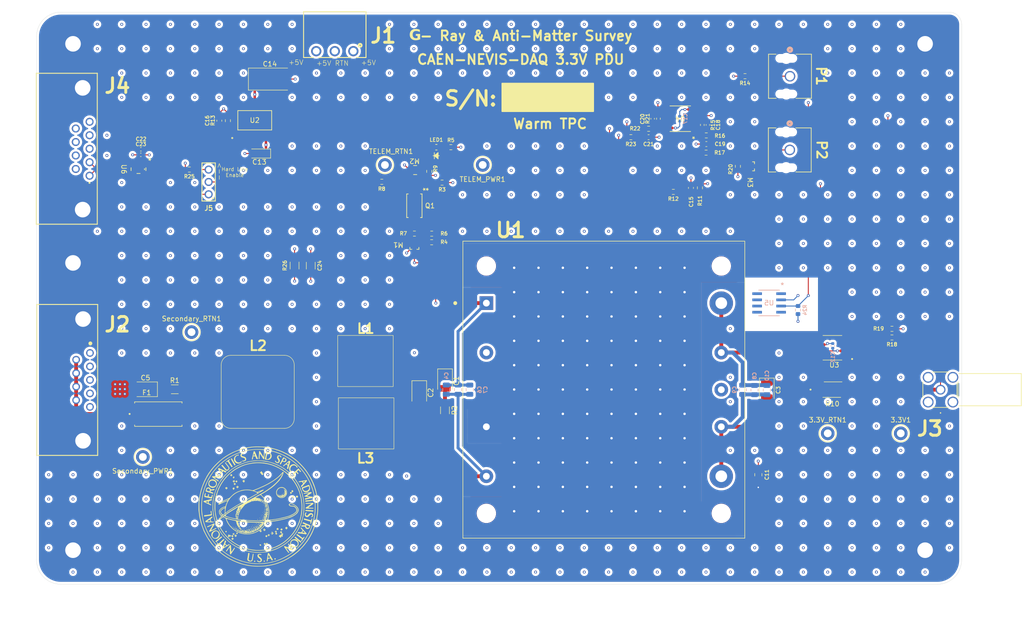
<source format=kicad_pcb>
(kicad_pcb (version 20241229) (generator "pcbnew") (generator_version "9.0")
  (layers (0 "F.Cu" signal) (4 "In1.Cu" signal) (6 "In2.Cu" signal) (8 "In3.Cu" signal) (10 "In4.Cu" signal) (12 "In5.Cu" signal) (14 "In6.Cu" signal) (2 "B.Cu" signal) (13 "F.Paste" user) (15 "B.Paste" user) (5 "F.SilkS" user "F.Silkscreen") (7 "B.SilkS" user "B.Silkscreen") (1 "F.Mask" user) (3 "B.Mask" user) (25 "Edge.Cuts" user))
  (net 0 "")
  (net 1 "Net-(C1-Pad2)")
  (net 2 "/V_3p3_")
  (net 3 "/V_3p3_RTN")
  (net 4 "Net-(C5-Pad1)")
  (net 5 "/V_SEC_RTN")
  (net 6 "GNDPWR")
  (net 7 "/Telemetry_CKT/V_3p3")
  (net 8 "/V_TELEM_RTN")
  (net 9 "/V_TELEM")
  (net 10 "Net-(C15-Pad2)")
  (net 11 "Net-(U2-SET)")
  (net 12 "Net-(U4A--INA)")
  (net 13 "Net-(U4A-A_OUT)")
  (net 14 "Net-(C19-Pad2)")
  (net 15 "Net-(U4B-B_OUT)")
  (net 16 "Net-(U4B--INB)")
  (net 17 "Net-(C21-Pad2)")
  (net 18 "Net-(F1-Pad2)")
  (net 19 "/V_SEC_IN")
  (net 21 "/V_3p3_Supply")
  (net 22 "/Volt_Mon")
  (net 23 "/EN-")
  (net 24 "/EN+")
  (net 26 "/TEMP_Mon")
  (net 27 "/Curr_Mon")
  (net 28 "Net-(U6-R)")
  (net 29 "Net-(J5-Pad3)")
  (net 30 "/EN_SIG")
  (net 31 "Net-(L1-Pad1)")
  (net 32 "Net-(L2-Pad2)")
  (net 33 "Net-(LED1-Pad2)")
  (net 34 "Net-(M2B-2D)")
  (net 35 "Net-(M1-Pad1)")
  (net 36 "Net-(U1-ON{slash}OFF)")
  (net 37 "Net-(M2A-1G)")
  (net 38 "Net-(M2A-1D)")
  (net 39 "Net-(M3-Pad3)")
  (net 40 "Net-(P1-Pad1)")
  (net 41 "Net-(Q1-Pad1)")
  (net 42 "/Main_Converter/p12V")
  (net 43 "Net-(U3--IN)")
  (net 44 "Net-(U3-+IN)")
  (net 45 "Net-(U3-OUT)")
  (net 46 "Net-(U4A-+INA)")
  (net 47 "/Telemetry_CKT/TEMP")
  (net 56 "/Main_Converter/p12V_rtn")
  (footprint "Wurth_Elektronik:LED_0AS75000_WRE" (layer "F.Cu") (at 129.615 50.235)
    (property "Reference" "LED1")
    (property "Value" "150060GS75000")
  )
  (footprint "Capacitor_Tantalum_SMD:CP_EIA-3528-12_Kemet-T" (layer "F.Cu") (at 131.4 98.225 -90)
    (property "Reference" "C1")
    (property "Value" "100uF")
  )
  (footprint "Capacitor_SMD:C_0402_1005Metric" (layer "F.Cu") (at 68.92 51.8 180)
    (property "Reference" "C23")
    (property "Value" "0.1uF")
  )
  (footprint "Capacitor_SMD:C_0603_1608Metric" (layer "F.Cu") (at 181.91 58.59 -90)
    (property "Reference" "C15")
    (property "Value" "1uF")
  )
  (footprint "Capacitor_SMD:C_0603_1608Metric" (layer "F.Cu") (at 85.045 44.78875 -90)
    (property "Reference" "C16")
    (property "Value" "0.1uF")
  )
  (footprint "Resistor_SMD:R_0603_1608Metric" (layer "F.Cu") (at 193.01 35.65 180)
    (property "Reference" "R14")
    (property "Value" "150")
  )
  (footprint "Resistor_SMD:R_0603_1608Metric" (layer "F.Cu") (at 178.29 59.405 180)
    (property "Reference" "R12")
    (property "Value" "24.9")
  )
  (footprint "Capacitor_SMD:C_0402_1005Metric" (layer "F.Cu") (at 185.38 45.66 -90)
    (property "Reference" "C18")
    (property "Value" "0.1uF")
  )
  (footprint "Resistor_SMD:R_0402_1005Metric" (layer "F.Cu") (at 175.23 44.38 -90)
    (property "Reference" "R21")
    (property "Value" "10k")
  )
  (footprint "Capacitor_SMD:C_0805_2012Metric" (layer "F.Cu") (at 195.75 117.5 90)
    (property "Reference" "C11")
    (property "Value" "0.1uF")
  )
  (footprint "Resistor_SMD:R_0603_1608Metric" (layer "F.Cu") (at 185.06 47.81)
    (property "Reference" "R16")
    (property "Value" "24.9")
  )
  (footprint "Resistor_SMD:R_0603_1608Metric" (layer "F.Cu") (at 191.55 54.16 90)
    (property "Reference" "R20")
    (property "Value" "100k")
  )
  (footprint "Adam_Tech:CONN_RF2-49B-T-00-50-G-HDW_ADM" (layer "F.Cu") (at 233.167999 100.035 -90)
    (property "Reference" "J3")
    (property "Value" "RF2-49B-T-00-50-G-HDW")
  )
  (footprint "Little_Fuse:FUSE_0154010.DRL" (layer "F.Cu") (at 72.52 105.045)
    (property "Reference" "F1")
    (property "Value" "0154010.DRL")
  )
  (footprint "Capacitor_Tantalum_SMD:CP_EIA-7343-15_Kemet-W" (layer "F.Cu") (at 95.43 36.24375)
    (property "Reference" "C14")
    (property "Value" "10uF")
  )
  (footprint "MountingHole:MountingHole_3.2mm_M3_Pad" (layer "F.Cu") (at 230 133)
    (property "Reference" "H4" (hide yes))
    (property "Value" "MountingHole_Pad")
  )
  (footprint "Capacitor_SMD:C_0603_1608Metric" (layer "F.Cu") (at 185.07 49.59)
    (property "Reference" "C19")
    (property "Value" "1uF")
  )
  (footprint "Wurth_Elektronik:691322310003" (layer "F.Cu") (at 108.76 30.51 180)
    (property "Reference" "J1")
    (property "Value" "691322310003")
  )
  (footprint "Wurth_Elektronik:618009231121" (layer "F.Cu") (at 50.68 50.55 -90)
    (property "Reference" "J4")
    (property "Value" "618009231121")
  )
  (footprint "Capacitor_SMD:C_0402_1005Metric" (layer "F.Cu") (at 68.93 50.66 180)
    (property "Reference" "C22")
    (property "Value" "1uF")
  )
  (footprint "MountingHole:MountingHole_3.2mm_M3_Pad" (layer "F.Cu") (at 230 29)
    (property "Reference" "H3" (hide yes))
    (property "Value" "MountingHole_Pad")
  )
  (footprint "Toshiba_Semi:SSM_TOS" (layer "F.Cu") (at 125.105 70.675 180)
    (property "Reference" "M1")
    (property "Value" "SSM3K15AFS_LF")
  )
  (footprint "Analog_Devices:SOT-3_ST_LIT" (layer "F.Cu") (at 92.32 44.70375)
    (property "Reference" "U2")
    (property "Value" "LT3080EST-PBF")
  )
  (footprint "Resistor_SMD:R_0603_1608Metric" (layer "F.Cu") (at 169.57 48.18 180)
    (property "Reference" "R23")
    (property "Value" "24.9")
  )
  (footprint "Resistor_SMD:R_0603_1608Metric" (layer "F.Cu") (at 78.89 54.82 180)
    (property "Reference" "R25")
    (property "Value" "24.9")
  )
  (footprint "Resistor_SMD:R_0603_1608Metric" (layer "F.Cu") (at 185.02 51.35 180)
    (property "Reference" "R17")
    (property "Value" "24.9")
  )
  (footprint "TestPoint:TestPoint_Keystone_5005-5009_Compact" (layer "F.Cu") (at 210 109)
    (property "Reference" "3.3V_RTN1")
    (property "Value" "5006")
  )
  (footprint "Resistor_SMD:R_1206_3216Metric" (layer "F.Cu") (at 131.39 104.275 90)
    (property "Reference" "R2")
    (property "Value" "0.1")
  )
  (footprint "MountingHole:MountingHole_3.2mm_M3_Pad" (layer "F.Cu") (at 55 29)
    (property "Reference" "H1" (hide yes))
    (property "Value" "MountingHole_Pad")
  )
  (footprint "MountingHole:MountingHole_3.2mm_M3_Pad" (layer "F.Cu") (at 55 133)
    (property "Reference" "H2" (hide yes))
    (property "Value" "MountingHole_Pad")
  )
  (footprint "Wurth_Elektronik:61300311121" (layer "F.Cu") (at 82.85 57.37 90)
    (property "Reference" "J5")
    (property "Value" "61300311121")
  )
  (footprint "ISOCOM:ISP281D_ISO" (layer "F.Cu") (at 125.105 62.255 -90)
    (property "Reference" "Q1")
    (property "Value" "ISP281D")
  )
  (footprint "TE_Connectivity:conn1_1-1123824-1_TEC" (layer "F.Cu") (at 202.25 35.66 -90)
    (property "Reference" "P1")
    (property "Value" "1-1123824-1")
  )
  (footprint "Resistor_SMD:R_0603_1608Metric" (layer "F.Cu") (at 128.655 69.755)
    (property "Reference" "R4")
    (property "Value" "15k")
  )
  (footprint "Capacitor_SMD:C_0603_1608Metric" (layer "F.Cu") (at 173.21 48.18 180)
    (property "Reference" "C21")
    (property "Value" "1uF")
  )
  (footprint "Capacitor_Tantalum_SMD:CP_EIA-3216-10_Kemet-I" (layer "F.Cu") (at 93.275 51.52875 180)
    (property "Reference" "C13")
    (property "Value" "2.2uF")
  )
  (footprint "Resistor_SMD:R_1206_3216Metric" (layer "F.Cu") (at 100.5 74.5375 -90)
    (property "Reference" "R26")
    (property "Value" "1k")
  )
  (footprint "Wurth_Elektronik:618009231221" (layer "F.Cu") (at 50.76 98.03 -90)
    (property "Reference" "J2")
    (property "Value" "618009231221")
  )
  (footprint "TestPoint:TestPoint_Keystone_5005-5009_Compact" (layer "F.Cu") (at 139.14 53.87 180)
    (property "Reference" "TELEM_PWR1")
    (property "Value" "5005")
  )
  (footprint "NASA_Meatball:NASA-Meatball-3" (layer "F.Cu") (at 93 124)
    (property "Reference" "G***" (hide yes))
    (property "Value" "LOGO" (hide yes))
  )
  (footprint "Capacitor_SMD:C_0402_1005Metric" (layer "F.Cu") (at 174.05 44.38 -90)
    (property "Reference" "C20")
    (property "Value" "0.1uF")
  )
  (footprint "Resistor_SMD:R_0603_1608Metric" (layer "F.Cu") (at 223.19 87.53 180)
    (property "Reference" "R19")
    (property "Value" "49.9k")
  )
  (footprint "TE_Connectivity:conn1_1-1123824-1_TEC" (layer "F.Cu") (at 202.21 50.79 -90)
    (property "Reference" "P2")
    (property "Value" "1-1123824-1")
  )
  (footprint "Capacitor_Tantalum_SMD:CP_EIA-3528-12_Kemet-T" (layer "F.Cu") (at 69.87 99.955 180)
    (property "Reference" "C5")
    (property "Value" "100uF")
  )
  (footprint "Resistor_SMD:R_0603_1608Metric" (layer "F.Cu") (at 125.115 67.975 180)
    (property "Reference" "R7")
    (property "Value" "4.99k")
  )
  (footprint "Resistor_SMD:R_0603_1608Metric" (layer "F.Cu") (at 128.163 55.193 90)
    (property "Reference" "R9")
    (property "Value" "1k")
  )
  (footprint "Resistor_SMD:R_0603_1608Metric" (layer "F.Cu") (at 183.75 58.58 -90)
    (property "Reference" "R11")
    (property "Value" "24.9")
  )
  (footprint "CoilCraft:MLC1260" (layer "F.Cu") (at 109.055 88.895 -90)
    (property "Reference" "L1")
    (property "Value" "4uH")
  )
  (footprint "TestPoint:TestPoint_Keystone_5005-5009_Compact" (layer "F.Cu") (at 225 109)
    (property "Reference" "3.3V1")
    (property "Value" "5005")
  )
  (footprint "Resistor_SMD:R_0603_1608Metric" (layer "F.Cu") (at 173.22 46.44 180)
    (property "Reference" "R22")
    (property "Value" "24.9")
  )
  (footprint "CoilCraft:MLC1260" (layer "F.Cu") (at 109.205 101.705 -90)
    (property "Reference" "L3")
    (property "Value" "4uH")
  )
  (footprint "TestPoint:TestPoint_Keystone_5005-5009_Compact" (layer "F.Cu") (at 79.34 88.21)
    (property "Reference" "Secondary_RTN1")
    (property "Value" "5006")
  )
  (footprint "Toshiba_Semi:SSM_TOS" (layer "F.Cu") (at 194.43 54.16 -90)
    (property "Reference" "M3")
    (property "Value" "SSM3K15AFS_LF")
  )
  (footprint "Texas_Instruments:DBV5" (layer "F.Cu") (at 68.445 54.75 -90)
    (property "Reference" "U6")
    (property "Value" "SN65LVDS2DBVR")
  )
  (footprint "Texas_Instruments:INA28x_8SOIC" (layer "F.Cu") (at 210.9675 91.4275 180)
    (property "Reference" "U3")
    (property "Value" "INA286")
  )
  (footprint "Capacitor_Tantalum_SMD:CP_EIA-3528-12_Kemet-T" (layer "F.Cu") (at 197.485 100.115 -90)
    (property "Reference" "C3")
    (property "Value" "10uF")
  )
  (footprint "Resistor_SMD:R_0603_1608Metric" (layer "F.Cu") (at 132.605 50.235 180)
    (property "Reference" "R5")
    (property "Value" "120")
  )
  (footprint "TestPoint:TestPoint_Keystone_5005-5009_Compact" (layer "F.Cu") (at 69.34 113.85)
    (property "Reference" "Secondary_PWR1")
    (property "Value" "5005")
  )
  (footprint "Foil_Resistors:Y14870R01000B9R_10mOhm" (layer "F.Cu") (at 210.965 100.015)
    (property "Reference" "R10")
    (property "Value" "Y14870R01000B9R")
  )
  (footprint "TestPoint:TestPoint_Keystone_5005-5009_Compact" (layer "F.Cu") (at 119.06 53.89 180)
    (property "Reference" "TELEM_RTN1")
    (property "Value" "5006")
  )
  (footprint "Resistor_SMD:R_0603_1608Metric" (layer "F.Cu") (at 118.41 57.33)
    (property "Reference" "R8")
    (property "Value" "835")
  )
  (footprint "Resistor_SMD:R_1206_3216Metric" (layer "F.Cu") (at 75.9 99.955)
    (property "Reference" "R1")
    (property "Value" "10")
  )
  (footprint "Capacitor_Tantalum_SMD:CP_EIA-3528-12_Kemet-T" (layer "F.Cu") (at 126.11 100.6575 -90)
    (property "Reference" "C2")
    (property "Value" "10uF")
  )
  (footprint "Resistor_SMD:R_0603_1608Metric" (layer "F.Cu") (at 130.795 57.505 180)
    (property "Reference" "R3")
    (property "Value" "180")
  )
  (footprint "CoilCraft:MSD1583-105" (layer "F.Cu") (at 100.43 107.975 90)
    (property "Reference" "L2")
    (property "Value" "900uH to 1mH (CM) 2uH Leakage")
  )
  (footprint "CUI:VHB50W-Q24-S3R3" (layer "F.Cu") (at 164.015 100.035)
    (property "Reference" "U1")
    (property "Value" "VHB50W-Q24-S3R3")
  )
  (footprint "Resistor_SMD:R_0603_1608Metric" (layer "F.Cu") (at 86.805 44.78875 90)
    (property "Reference" "R13")
    (property "Value" "330k")
  )
  (footprint "Toshiba_Semi:ES6_TOS" (layer "F.Cu") (at 125.265 54.935 180)
    (property "Reference" "M2")
    (property "Value" "SSM6N35FE,LM")
  )
  (footprint "MountingHole:MountingHole_3.2mm_M3_Pad" (layer "F.Cu") (at 55 74)
    (property "Reference" "H5" (hide yes))
    (property "Value" "MountingHole_Pad")
  )
  (footprint "Capacitor_SMD:C_1206_3216Metric" (layer "F.Cu") (at 103.82 74.5575 -90)
    (property "Reference" "C24")
    (property "Value" "0.1uF")
  )
  (footprint "Analog_Devices:R_8_ADI" (layer "F.Cu") (at 179.72 44.38 180)
    (property "Reference" "U4")
    (property "Value" "LTC2051HVCS8#TRPBF")
  )
  (footprint "Resistor_SMD:R_0603_1608Metric" (layer "F.Cu") (at 128.665 67.985 180)
    (property "Reference" "R6")
    (property "Value" "15k")
  )
  (footprint "Resistor_SMD:R_0603_1608Metric" (layer "F.Cu") (at 223.19 89.31 180)
    (property "Reference" "R18")
    (property "Value" "49.9k")
  )
  (footprint "Resistor_SMD:R_0402_1005Metric" (layer "F.Cu") (at 184.24 45.66 -90)
    (property "Reference" "R15")
    (property "Value" "10k")
  )
  (footprint "Capacitor_SMD:C_0805_2012Metric" (layer "B.Cu") (at 197.495 100.115 90)
    (property "Reference" "C10")
    (property "Value" "1uF")
  )
  (footprint "Capacitor_SMD:C_0805_2012Metric" (layer "B.Cu") (at 192.545 100.055 90)
    (property "Reference" "C9")
    (property "Value" "0.01uF")
  )
  (footprint "Capacitor_SMD:C_0805_2012Metric" (layer "B.Cu") (at 134.08 100.025 90)
    (property "Reference" "C6")
    (property "Value" "0.1uF")
  )
  (footprint "Capacitor_SMD:C_0805_2012Metric" (layer "B.Cu") (at 131.67 100.025 90)
    (property "Reference" "C4")
    (property "Value" "1uF")
  )
  (footprint "Resistor_SMD:R_0603_1608Metric" (layer "B.Cu") (at 203.895 83.675 90)
    (property "Reference" "R24")
    (property "Value" "9.09k")
  )
  (footprint "Capacitor_SMD:C_0805_2012Metric" (layer "B.Cu") (at 136.48 100.035 90)
    (property "Reference" "C7")
    (property "Value" "0.01uF")
  )
  (footprint "Analog_Devices:R_8_ADI" (layer "B.Cu") (at 197.96 82.22 180)
    (property "Reference" "U5")
    (property "Value" "AD590JRZ")
  )
  (footprint "Capacitor_SMD:C_0805_2012Metric" (layer "B.Cu") (at 194.965 100.115 90)
    (property "Reference" "C8")
    (property "Value" "0.1uF")
  )
  (footprint "Capacitor_SMD:C_0402_1005Metric" (layer "B.Cu") (at 179.6 44.37 90)
    (property "Reference" "C17")
    (property "Value" "0.1uF")
  )
  (footprint "Capacitor_SMD:C_0402_1005Metric" (layer "B.Cu") (at 211.0325 91.0375 -90)
    (property "Reference" "C12")
    (property "Value" "0.1uF")
  )
  (gr_line (start 47.5 135) (end 47.5 27.5) (stroke (width 0.05)) (layer "Edge.Cuts"))
  (gr_arc (start 235 22.5) (mid 236.767767 23.232233) (end 237.5 25) (stroke (width 0.05)) (layer "Edge.Cuts"))
  (gr_line (start 52.5 22.5) (end 235 22.5) (stroke (width 0.05)) (layer "Edge.Cuts"))
  (gr_arc (start 237.5 135) (mid 236.035534 138.535534) (end 232.5 140) (stroke (width 0.05)) (layer "Edge.Cuts"))
  (gr_line (start 232.5 140) (end 52.5 140) (stroke (width 0.05)) (layer "Edge.Cuts"))
  (gr_arc (start 47.5 27.5) (mid 48.964466 23.964466) (end 52.5 22.5) (stroke (width 0.05)) (layer "Edge.Cuts"))
  (gr_arc (start 52.5 140) (mid 48.964466 138.535534) (end 47.5 135) (stroke (width 0.05)) (layer "Edge.Cuts"))
  (gr_line (start 237.5 25) (end 237.5 135) (stroke (width 0.05)) (layer "Edge.Cuts"))
  (gr_text "G" (at 124 28.6 0) (layer "F.SilkS") (effects (font (size 2.2 2.2) (thickness 0.4) (bold yes)) (justify left bottom)))
  (gr_text "Warm TPC" (at 145.2 46.6 0) (layer "F.SilkS") (effects (font (size 2 2) (thickness 0.4) (bold yes)) (justify left bottom)))
  (gr_text "- Ray & Anti-Matter Survey" (at 126.04 28.53 0) (layer "F.SilkS") (effects (font (size 2 2) (thickness 0.4) (bold yes)) (justify left bottom)))
  (gr_text "+5V RTN" (at 104.92 33.57 0) (layer "F.SilkS") (effects (font (size 1 1) (thickness 0.1)) (justify left bottom)))
  (gr_text "-->" (at 85.55 57.14 90) (layer "F.SilkS") (effects (font (size 1 1) (thickness 0.1)) (justify left bottom)))
  (gr_text "S/N:" (at 131 42 0) (layer "F.SilkS") (effects (font (size 3 3) (thickness 0.6) (bold yes)) (justify left bottom)))
  (gr_text "Hard Line\nEnable" (at 88.23 56.41 0) (layer "F.SilkS") (effects (font (size 0.75 0.75) (thickness 0.1)) (justify bottom)))
  (gr_text "+5V" (at 114.09 33.46 0) (layer "F.SilkS") (effects (font (size 1 1) (thickness 0.1)) (justify left bottom)))
  (gr_text "+5V" (at 99.2 33.4 0) (layer "F.SilkS") (effects (font (size 1 1) (thickness 0.1)) (justify left bottom)))
  (gr_text "CAEN-NEVIS-DAQ 3.3V PDU" (at 125.45 33.39 0) (layer "F.SilkS") (effects (font (size 2 2) (thickness 0.4) (bold yes)) (justify left bottom)))
  (segment (start 131.39 99.7725) (end 131.4 99.7625) (width 0.2) (layer "F.Cu") (net 1))
  (segment (start 131.39 102.8125) (end 131.39 99.7725) (width 0.8) (layer "F.Cu") (net 1))
  (segment (start 188.14 92.415) (end 195.795 92.415) (width 0.8) (layer "F.Cu") (net 2))
  (segment (start 188.14 92.415) (end 188.14 82.255) (width 0.8) (layer "F.Cu") (net 2))
  (segment (start 197.485 94.105) (end 197.485 98.5775) (width 0.8) (layer "F.Cu") (net 2))
  (segment (start 202.7475 98.5775) (end 203.35 99.18) (width 0.8) (layer "F.Cu") (net 2))
  (segment (start 203.35 99.18) (end 208.11 99.18) (width 0.8) (layer "F.Cu") (net 2))
  (segment (start 197.485 98.5775) (end 202.7475 98.5775) (width 0.8) (layer "F.Cu") (net 2))
  (segment (start 195.795 92.415) (end 197.485 94.105) (width 0.8) (layer "F.Cu") (net 2))
  (segment (start 188.14 92.415) (end 190.515 92.415) (width 0.8) (layer "B.Cu") (net 2))
  (segment (start 190.515 92.415) (end 192.545 94.445) (width 0.8) (layer "B.Cu") (net 2))
  (segment (start 197.435 99.105) (end 197.495 99.165) (width 0.8) (layer "B.Cu") (net 2))
  (segment (start 192.545 99.105) (end 197.435 99.105) (width 0.8) (layer "B.Cu") (net 2))
  (segment (start 192.545 94.445) (end 192.545 99.105) (width 0.8) (layer "B.Cu") (net 2))
  (segment (start 195.75 114.72) (end 195.74 114.71) (width 0.2) (layer "F.Cu") (net 3))
  (segment (start 197.485 105.635) (end 197.485 101.6525) (width 0.8) (layer "F.Cu") (net 3))
  (segment (start 195.465 107.655) (end 197.485 105.635) (width 0.8) (layer "F.Cu") (net 3))
  (segment (start 188.14 107.655) (end 188.14 117.815) (width 0.8) (layer "F.Cu") (net 3))
  (segment (start 188.14 107.655) (end 195.465 107.655) (width 0.8) (layer "F.Cu") (net 3))
  (segment (start 195.75 116.55) (end 195.75 114.72) (width 0.2) (layer "F.Cu") (net 3))
  (via (at 195.74 114.71) (size 0.6) (drill 0.3) (layers "F.Cu" "B.Cu") (net 3))
  (segment (start 192.545 101.005) (end 197.435 101.005) (width 0.8) (layer "B.Cu") (net 3))
  (segment (start 192.545 105.655) (end 192.545 101.005) (width 0.8) (layer "B.Cu") (net 3))
  (segment (start 190.545 107.655) (end 192.545 105.655) (width 0.8) (layer "B.Cu") (net 3))
  (segment (start 197.435 101.005) (end 197.495 101.065) (width 0.8) (layer "B.Cu") (net 3))
  (segment (start 188.14 107.655) (end 190.545 107.655) (width 0.8) (layer "B.Cu") (net 3))
  (segment (start 74.4375 99.955) (end 71.4075 99.955) (width 0.8) (layer "F.Cu") (net 4))
  (segment (start 64.68 99.955) (end 64.64 99.915) (width 0.8) (layer "F.Cu") (net 5))
  (segment (start 86.63 98.625) (end 83.36 98.625) (width 0.8) (layer "F.Cu") (net 5))
  (segment (start 68.3325 96.4525) (end 68.3325 99.955) (width 0.8) (layer "F.Cu") (net 5))
  (segment (start 103.82 76.0325) (end 103.82 77.76) (width 0.2) (layer "F.Cu") (net 5))
  (segment (start 83.36 98.625) (end 79.78 95.045) (width 0.8) (layer "F.Cu") (net 5))
  (segment (start 68.3325 99.955) (end 64.68 99.955) (width 0.8) (layer "F.Cu") (net 5))
  (segment (start 79.78 95.045) (end 69.74 95.045) (width 0.8) (layer "F.Cu") (net 5))
  (segment (start 100.5 77.72) (end 100.51 77.73) (width 0.2) (layer "F.Cu") (net 5))
  (segment (start 100.5 76) (end 100.5 77.72) (width 0.2) (layer "F.Cu") (net 5))
  (segment (start 69.74 95.045) (end 68.3325 96.4525) (width 0.8) (layer "F.Cu") (net 5))
  (via (at 140 67.5) (size 0.6) (drill 0.3) (layers "F.Cu" "B.Cu") (net 5))
  (via (at 180 132.5) (size 0.6) (drill 0.3) (layers "F.Cu" "B.Cu") (net 5))
  (via (at 125 137.5) (size 0.6) (drill 0.3) (layers "F.Cu" "B.Cu") (net 5))
  (via (at 90 132.5) (size 0.6) (drill 0.3) (layers "F.Cu" "B.Cu") (net 5))
  (via (at 63.64 98.915) (size 0.6) (drill 0.3) (layers "F.Cu" "B.Cu") (net 5))
  (via (at 105 117.5) (size 0.6) (drill 0.3) (layers "F.Cu" "B.Cu") (net 5))
  (via (at 210 137.5) (size 0.6) (drill 0.3) (layers "F.Cu" "B.Cu") (net 5))
  (via (at 225 127.5) (size 0.6) (drill 0.3) (layers "F.Cu" "B.Cu") (net 5))
  (via (at 150 137.5) (size 0.6) (drill 0.3) (layers "F.Cu" "B.Cu") (net 5))
  (via (at 235 132.5) (size 0.6) (drill 0.3) (layers "F.Cu" "B.Cu") (net 5))
  (via (at 120 67.5) (size 0.6) (drill 0.3) (layers "F.Cu" "B.Cu") (net 5))
  (via (at 145 132.5) (size 0.6) (drill 0.3) (layers "F.Cu" "B.Cu") (net 5))
  (via (at 64.64 99.915) (size 0.6) (drill 0.3) (layers "F.Cu" "B.Cu") (net 5))
  (via (at 60 122.5) (size 0.6) (drill 0.3) (layers "F.Cu" "B.Cu") (net 5))
  (via (at 225 132.5) (size 0.6) (drill 0.3) (layers "F.Cu" "B.Cu") (net 5))
  (via (at 65 112.5) (size 0.6) (drill 0.3) (layers "F.Cu" "B.Cu") (net 5))
  (via (at 215 97.5) (size 0.6) (drill 0.3) (layers "F.Cu" "B.Cu") (net 5))
  (via (at 130 132.5) (size 0.6) (drill 0.3) (layers "F.Cu" "B.Cu") (net 5))
  (via (at 185 67.5) (size 0.6) (drill 0.3) (layers "F.Cu" "B.Cu") (net 5))
  (via (at 205 122.5) (size 0.6) (drill 0.3) (layers "F.Cu" "B.Cu") (net 5))
  (via (at 205 107.5) (size 0.6) (drill 0.3) (layers "F.Cu" "B.Cu") (net 5))
  (via (at 165 67.5) (size 0.6) (drill 0.3) (layers "F.Cu" "B.Cu") (net 5))
  (via (at 70 87.5) (size 0.6) (drill 0.3) (layers "F.Cu" "B.Cu") (net 5))
  (via (at 105 102.5) (size 0.6) (drill 0.3) (layers "F.Cu" "B.Cu") (net 5))
  (via (at 100 122.5) (size 0.6) (drill 0.3) (layers "F.Cu" "B.Cu") (net 5))
  (via (at 215 107.5) (size 0.6) (drill 0.3) (layers "F.Cu" "B.Cu") (net 5))
  (via (at 235 107.5) (size 0.6) (drill 0.3) (layers "F.Cu" "B.Cu") (net 5))
  (via (at 200 112.5) (size 0.6) (drill 0.3) (layers "F.Cu" "B.Cu") (net 5))
  (via (at 75 92.5) (size 0.6) (drill 0.3) (layers "F.Cu" "B.Cu") (net 5))
  (via (at 65.64 99.915) (size 0.6) (drill 0.3) (layers "F.Cu" "B.Cu") (net 5))
  (via (at 205 127.5) (size 0.6) (drill 0.3) (layers "F.Cu" "B.Cu") (net 5))
  (via (at 150 67.5) (size 0.6) (drill 0.3) (layers "F.Cu" "B.Cu") (net 5))
  (via (at 95 112.5) (size 0.6) (drill 0.3) (layers "F.Cu" "B.Cu") (net 5))
  (via (at 105 97.5) (size 0.6) (drill 0.3) (layers "F.Cu" "B.Cu") (net 5))
  (via (at 50 132.5) (size 0.6) (drill 0.3) (layers "F.Cu" "B.Cu") (net 5))
  (via (at 115 77.5) (size 0.6) (drill 0.3) (layers "F.Cu" "B.Cu") (net 5))
  (via (at 215 102.5) (size 0.6) (drill 0.3) (layers "F.Cu" "B.Cu") (net 5))
  (via (at 145 67.5) (size 0.6) (drill 0.3) (layers "F.Cu" "B.Cu") (net 5))
  (via (at 200 122.5) (size 0.6) (drill 0.3) (layers "F.Cu" "B.Cu") (net 5))
  (via (at 175 137.5) (size 0.6) (drill 0.3) (layers "F.Cu" "B.Cu") (net 5))
  (via (at 235 122.5) (size 0.6) (drill 0.3) (layers "F.Cu" "B.Cu") (net 5))
  (via (at 110 82.5) (size 0.6) (drill 0.3) (layers "F.Cu" "B.Cu") (net 5))
  (via (at 65 137.5) (size 0.6) (drill 0.3) (layers "F.Cu" "B.Cu") (net 5))
  (via (at 75 127.5) (size 0.6) (drill 0.3) (layers "F.Cu" "B.Cu") (net 5))
  (via (at 65 87.5) (size 0.6) (drill 0.3) (layers "F.Cu" "B.Cu") (net 5))
  (via (at 80 112.5) (size 0.6) (drill 0.3) (layers "F.Cu" "B.Cu") (net 5))
  (via (at 65 117.5) (size 0.6) (drill 0.3) (layers "F.Cu" "B.Cu") (net 5))
  (via (at 110 87.5) (size 0.6) (drill 0.3) (layers "F.Cu" "B.Cu") (net 5))
  (via (at 85 107.5) (size 0.6) (drill 0.3) (layers "F.Cu" "B.Cu") (net 5))
  (via (at 200 92.5) (size 0.6) (drill 0.3) (layers "F.Cu" "B.Cu") (net 5))
  (via (at 90 122.5) (size 0.6) (drill 0.3) (layers "F.Cu" "B.Cu") (net 5))
  (via (at 205 97.5) (size 0.6) (drill 0.3) (layers "F.Cu" "B.Cu") (net 5))
  (via (at 230 127.5) (size 0.6) (drill 0.3) (layers "F.Cu" "B.Cu") (net 5))
  (via (at 75 117.5) (size 0.6) (drill 0.3) (layers "F.Cu" "B.Cu") (net 5))
  (via (at 70 117.5) (size 0.6) (drill 0.3) (layers "F.Cu" "B.Cu") (net 5))
  (via (at 55 137.5) (size 0.6) (drill 0.3) (layers "F.Cu" "B.Cu") (net 5))
  (via (at 105 122.5) (size 0.6) (drill 0.3) (layers "F.Cu" "B.Cu") (net 5))
  (via (at 225 102.5) (size 0.6) (drill 0.3) (layers "F.Cu" "B.Cu") (net 5))
  (via (at 64.64 98.915) (size 0.6) (drill 0.3) (layers "F.Cu" "B.Cu") (net 5))
  (via (at 95 87.5) (size 0.6) (drill 0.3) (layers "F.Cu" "B.Cu") (net 5))
  (via (at 80 82.5) (size 0.6) (drill 0.3) (layers "F.Cu" "B.Cu") (net 5))
  (via (at 220 97.5) (size 0.6) (drill 0.3) (layers "F.Cu" "B.Cu") (net 5))
  (via (at 70 77.5) (size 0.6) (drill 0.3) (layers "F.Cu" "B.Cu") (net 5))
  (via (at 155 132.5) (size 0.6) (drill 0.3) (layers "F.Cu" "B.Cu") (net 5))
  (via (at 170 137.5) (size 0.6) (drill 0.3) (layers "F.Cu" "B.Cu") (net 5))
  (via (at 135 67.5) (size 0.6) (drill 0.3) (layers "F.Cu" "B.Cu") (net 5))
  (via (at 215 127.5) (size 0.6) (drill 0.3) (layers "F.Cu" "B.Cu") (net 5))
  (via (at 75 122.5) (size 0.6) (drill 0.3) (layers "F.Cu" "B.Cu") (net 5))
  (via (at 70 82.5) (size 0.6) (drill 0.3) (layers "F.Cu" "B.Cu") (net 5))
  (via (at 215 117.5) (size 0.6) (drill 0.3) (layers "F.Cu" "B.Cu") (net 5))
  (via (at 130 122.5) (size 0.6) (drill 0.3) (layers "F.Cu" "B.Cu") (net 5))
  (via (at 110 127.5) (size 0.6) (drill 0.3) (layers "F.Cu" "B.Cu") (net 5))
  (via (at 50 122.5) (size 0.6) (drill 0.3) (layers "F.Cu" "B.Cu") (net 5))
  (via (at 120 77.5) (size 0.6) (drill 0.3) (layers "F.Cu" "B.Cu") (net 5))
  (via (at 115 117.5) (size 0.6) (drill 0.3) (layers "F.Cu" "B.Cu") (net 5))
  (via (at 215 137.5) (size 0.6) (drill 0.3) (layers "F.Cu" "B.Cu") (net 5))
  (via (at 105 82.5) (size 0.6) (drill 0.3) (layers "F.Cu" "B.Cu") (net 5))
  (via (at 220 102.5) (size 0.6) (drill 0.3) (layers "F.Cu" "B.Cu") (net 5))
  (via (at 125 127.5) (size 0.6) (drill 0.3) (layers "F.Cu" "B.Cu") (net 5))
  (via (at 190 97.5) (size 0.6) (drill 0.3) (layers "F.Cu" "B.Cu") (net 5))
  (via (at 225 117.5) (size 0.6) (drill 0.3) (layers "F.Cu" "B.Cu") (net 5))
  (via (at 120 137.5) (size 0.6) (drill 0.3) (layers "F.Cu" "B.Cu") (net 5))
  (via (at 155 137.5) (size 0.6) (drill 0.3) (layers "F.Cu" "B.Cu") (net 5))
  (via (at 80 137.5) (size 0.6) (drill 0.3) (layers "F.Cu" "B.Cu") (net 5))
  (via (at 65 132.5) (size 0.6) (drill 0.3) (layers "F.Cu" "B.Cu") (net 5))
  (via (at 140 137.5) (size 0.6) (drill 0.3) (layers "F.Cu" "B.Cu") (net 5))
  (via (at 60 117.5) (size 0.6) (drill 0.3) (layers "F.Cu" "B.Cu") (net 5))
  (via (at 185 132.5) (size 0.6) (drill 0.3) (layers "F.Cu" "B.Cu") (net 5))
  (via (at 55 122.5) (size 0.6) (drill 0.3) (layers "F.Cu" "B.Cu") (net 5))
  (via (at 100 87.5) (size 0.6) (drill 0.3) (layers "F.Cu" "B.Cu") (net 5))
  (via (at 90 112.5) (size 0.6) (drill 0.3) (layers "F.Cu" "B.Cu") (net 5))
  (via (at 115 127.5) (size 0.6) (drill 0.3) (layers "F.Cu" "B.Cu") (net 5))
  (via (at 85 122.5) (size 0.6) (drill 0.3) (layers "F.Cu" "B.Cu") (net 5))
  (via (at 115 87.5) (size 0.6) (drill 0.3) (layers "F.Cu" "B.Cu") (net 5))
  (via (at 210 127.5) (size 0.6) (drill 0.3) (layers "F.Cu" "B.Cu") (net 5))
  (via (at 200 137.5) (size 0.6) (drill 0.3) (layers "F.Cu" "B.Cu") (net 5))
  (via (at 85 132.5) (size 0.6) (drill 0.3) (layers "F.Cu" "B.Cu") (net 5))
  (via (at 60 132.5) (size 0.6) (drill 0.3) (layers "F.Cu" "B.Cu") (net 5))
  (via (at 175 67.5) (size 0.6) (drill 0.3) (layers "F.Cu" "B.Cu") (net 5))
  (via (at 55 127.5) (size 0.6) (drill 0.3) (layers "F.Cu" "B.Cu") (net 5))
  (via (at 220 107.5) (size 0.6) (drill 0.3) (layers "F.Cu" "B.Cu") (net 5))
  (via (at 170 67.5) (size 0.6) (drill 0.3) (layers "F.Cu" "B.Cu") (net 5))
  (via (at 75 87.5) (size 0.6) (drill 0.3) (layers "F.Cu" "B.Cu") (net 5))
  (via (at 105 132.5) (size 0.6) (drill 0.3) (layers "F.Cu" "B.Cu") (net 5))
  (via (at 130 127.5) (size 0.6) (drill 0.3) (layers "F.Cu" "B.Cu") (net 5))
  (via (at 215 122.5) (size 0.6) (drill 0.3) (layers "F.Cu" "B.Cu") (net 5))
  (via (at 75 112.5) (size 0.6) (drill 0.3) (layers "F.Cu" "B.Cu") (net 5))
  (via (at 90 117.5) (size 0.6) (drill 0.3) (layers "F.Cu" "B.Cu") (net 5))
  (via (at 195 112.5) (size 0.6) (drill 0.3) (layers "F.Cu" "B.Cu") (net 5))
  (via (at 215 132.5) (size 0.6) (drill 0.3) (layers "F.Cu" "B.Cu") (net 5))
  (via (at 115 137.5) (size 0.6) (drill 0.3) (layers "F.Cu" "B.Cu") (net 5))
  (via (at 85 92.5) (size 0.6) (drill 0.3) (layers "F.Cu" "B.Cu") (net 5))
  (via (at 85 112.5) (size 0.6) (drill 0.3) (layers "F.Cu" "B.Cu") (net 5))
  (via (at 140 132.5) (size 0.6) (drill 0.3) (layers "F.Cu" "B.Cu") (net 5))
  (via (at 70 127.5) (size 0.6) (drill 0.3) (layers "F.Cu" "B.Cu") (net 5))
  (via (at 120 122.5) (size 0.6) (drill 0.3) (layers "F.Cu" "B.Cu") (net 5))
  (via (at 70 137.5) (size 0.6) (drill 0.3) (layers "F.Cu" "B.Cu") (net 5))
  (via (at 95 137.5) (size 0.6) (drill 0.3) (layers "F.Cu" "B.Cu") (net 5))
  (via (at 110 122.5) (size 0.6) (drill 0.3) (layers "F.Cu" "B.Cu") (net 5))
  (via (at 205 132.5) (size 0.6) (drill 0.3) (layers "F.Cu" "B.Cu") (net 5))
  (via (at 150 132.5) (size 0.6) (drill 0.3) (layers "F.Cu" "B.Cu") (net 5))
  (via (at 65.64 100.915) (size 0.6) (drill 0.3) (layers "F.Cu" "B.Cu") (net 5))
  (via (at 100 82.5) (size 0.6) (drill 0.3) (layers "F.Cu" "B.Cu") (net 5))
  (via (at 130 137.5) (size 0.6) (drill 0.3) (layers "F.Cu" "B.Cu") (net 5))
  (via (at 50 117.5) (size 0.6) (drill 0.3) (layers "F.Cu" "B.Cu") (net 5))
  (via (at 90 82.5) (size 0.6) (drill 0.3) (layers "F.Cu" "B.Cu") (net 5))
  (via (at 205 112.5) (size 0.6) (drill 0.3) (layers "F.Cu" "B.Cu") (net 5))
  (via (at 110 132.5) (size 0.6) (drill 0.3) (layers "F.Cu" "B.Cu") (net 5))
  (via (at 200 117.5) (size 0.6) (drill 0.3) (layers "F.Cu" "B.Cu") (net 5))
  (via (at 190 132.5) (size 0.6) (drill 0.3) (layers "F.Cu" "B.Cu") (net 5))
  (via (at 235 127.5) (size 0.6) (drill 0.3) (layers "F.Cu" "B.Cu") (net 5))
  (via (at 205 117.5) (size 0.6) (drill 0.3) (layers "F.Cu" "B.Cu") (net 5))
  (via (at 200 102.5) (size 0.6) (drill 0.3) (layers "F.Cu" "B.Cu") (net 5))
  (via (at 65 122.5) (size 0.6) (drill 0.3) (layers "F.Cu" "B.Cu") (net 5))
  (via (at 110 77.5) (size 0.6) (drill 0.3) (layers "F.Cu" "B.Cu") (net 5))
  (via (at 80 77.5) (size 0.6) (drill 0.3) (layers "F.Cu" "B.Cu") (net 5))
  (via (at 125 132.5) (size 0.6) (drill 0.3) (layers "F.Cu" "B.Cu") (net 5))
  (via (at 85 87.5) (size 0.6) (drill 0.3) (layers "F.Cu" "B.Cu") (net 5))
  (via (at 85 117.5) (size 0.6) (drill 0.3) (layers "F.Cu" "B.Cu") (net 5))
  (via (at 80 92.5) (size 0.6) (drill 0.3) (layers "F.Cu" "B.Cu") (net 5))
  (via (at 80 122.5) (size 0.6) (drill 0.3) (layers "F.Cu" "B.Cu") (net 5))
  (via (at 220 137.5) (size 0.6) (drill 0.3) (layers "F.Cu" "B.Cu") (net 5))
  (via (at 115 82.5) (size 0.6) (drill 0.3) (layers "F.Cu" "B.Cu") (net 5))
  (via (at 220 132.5) (size 0.6) (drill 0.3) (layers "F.Cu" "B.Cu") (net 5))
  (via (at 195 137.5) (size 0.6) (drill 0.3) (layers "F.Cu" "B.Cu") (net 5))
  (via (at 225 112.5) (size 0.6) (drill 0.3) (layers "F.Cu" "B.Cu") (net 5))
  (via (at 235 117.5) (size 0.6) (drill 0.3) (layers "F.Cu" "B.Cu") (net 5))
  (via (at 160 67.5) (size 0.6) (drill 0.3) (layers "F.Cu" "B.Cu") (net 5))
  (via (at 105 127.5) (size 0.6) (drill 0.3) (layers "F.Cu" "B.Cu") (net 5))
  (via (at 80 117.5) (size 0.6) (drill 0.3) (layers "F.Cu" "B.Cu") (net 5))
  (via (at 225 137.5) (size 0.6) (drill 0.3) (layers "F.Cu" "B.Cu") (net 5))
  (via (at 75 82.5) (size 0.6) (drill 0.3) (layers "F.Cu" "B.Cu") (net 5))
  (via (at 135 132.5) (size 0.6) (drill 0.3) (layers "F.Cu" "B.Cu") (net 5))
  (via (at 100.51 77.73) (size 0.6) (drill 0.3) (layers "F.Cu" "B.Cu") (net 5))
  (via (at 85 127.5) (size 0.6) (drill 0.3) (layers "F.Cu" "B.Cu") (net 5))
  (via (at 105 92.5) (size 0.6) (drill 0.3) (layers "F.Cu" "B.Cu") (net 5))
  (via (at 70 122.5) (size 0.6) (drill 0.3) (layers "F.Cu" "B.Cu") (net 5))
  (via (at 95 132.5) (size 0.6) (drill 0.3) (layers "F.Cu" "B.Cu") (net 5))
  (via (at 85 82.5) (size 0.6) (drill 0.3) (layers "F.Cu" "B.Cu") (net 5))
  (via (at 63.64 100.915) (size 0.6) (drill 0.3) (layers "F.Cu" "B.Cu") (net 5))
  (via (at 75 132.5) (size 0.6) (drill 0.3) (layers "F.Cu" "B.Cu") (net 5))
  (via (at 80 132.5) (size 0.6) (drill 0.3) (layers "F.Cu" "B.Cu") (net 5))
  (via (at 190 137.5) (size 0.6) (drill 0.3) (layers "F.Cu" "B.Cu") (net 5))
  (via (at 120 132.5) (size 0.6) (drill 0.3) (layers "F.Cu" "B.Cu") (net 5))
  (via (at 155 67.5) (size 0.6) (drill 0.3) (layers "F.Cu" "B.Cu") (net 5))
  (via (at 200 127.5) (size 0.6) (drill 0.3) (layers "F.Cu" "B.Cu") (net 5))
  (via (at 120 87.5) (size 0.6) (drill 0.3) (layers "F.Cu" "B.Cu") (net 5))
  (via (at 75 77.5) (size 0.6) (drill 0.3) (layers "F.Cu" "B.Cu") (net 5))
  (via (at 90 77.5) (size 0.6) (drill 0.3) (layers "F.Cu" "B.Cu") (net 5))
  (via (at 100 117.5) (size 0.6) (drill 0.3) (layers "F.Cu" "B.Cu") (net 5))
  (via (at 95 77.5) (size 0.6) (drill 0.3) (layers "F.Cu" "B.Cu") (net 5))
  (via (at 85 77.5) (size 0.6) (drill 0.3) (layers "F.Cu" "B.Cu") (net 5))
  (via (at 100 137.5) (size 0.6) (drill 0.3) (layers "F.Cu" "B.Cu") (net 5))
  (via (at 103.82 77.76) (size 0.6) (drill 0.3) (layers "F.Cu" "B.Cu") (net 5))
  (via (at 90 137.5) (size 0.6) (drill 0.3) (layers "F.Cu" "B.Cu") (net 5))
  (via (at 230 112.5) (size 0.6) (drill 0.3) (layers "F.Cu" "B.Cu") (net 5))
  (via (at 65 107.5) (size 0.6) (drill 0.3) (layers "F.Cu" "B.Cu") (net 5))
  (via (at 95 82.5) (size 0.6) (drill 0.3) (layers "F.Cu" "B.Cu") (net 5))
  (via (at 210 132.5) (size 0.6) (drill 0.3) (layers "F.Cu" "B.Cu") (net 5))
  (via (at 200 132.5) (size 0.6) (drill 0.3) (layers "F.Cu" "B.Cu") (net 5))
  (via (at 125 122.5) (size 0.6) (drill 0.3) (layers "F.Cu" "B.Cu") (net 5))
  (via (at 110 137.5) (size 0.6) (drill 0.3) (layers "F.Cu" "B.Cu") (net 5))
  (via (at 175 132.5) (size 0.6) (drill 0.3) (layers "F.Cu" "B.Cu") (net 5))
  (via (at 95 127.5) (size 0.6) (drill 0.3) (layers "F.Cu" "B.Cu") (net 5))
  (via (at 210 112.5) (size 0.6) (drill 0.3) (layers "F.Cu" "B.Cu") (net 5))
  (via (at 65 92.5) (size 0.6) (drill 0.3) (layers "F.Cu" "B.Cu") (net 5))
  (via (at 90 127.5) (size 0.6) (drill 0.3) (layers "F.Cu" "B.Cu") (net 5))
  (via (at 190 102.5) (size 0.6) (drill 0.3) (layers "F.Cu" "B.Cu") (net 5))
  (via (at 220 127.5) (size 0.6) (drill 0.3) (layers "F.Cu" "B.Cu") (net 5))
  (via (at 180 137.5) (size 0.6) (drill 0.3) (layers "F.Cu" "B.Cu") (net 5))
  (via (at 50 127.5) (size 0.6) (drill 0.3) (layers "F.Cu" "B.Cu") (net 5))
  (via (at 70 132.5) (size 0.6) (drill 0.3) (layers "F.Cu" "B.Cu") (net 5))
  (via (at 190 112.5) (size 0.6) (drill 0.3) (layers "F.Cu" "B.Cu") (net 5))
  (via (at 120 72.5) (size 0.6) (drill 0.3) (layers "F.Cu" "B.Cu") (net 5))
  (via (at 145 137.5) (size 0.6) (drill 0.3) (layers "F.Cu" "B.Cu") (net 5))
  (via (at 225 122.5) (size 0.6) (drill 0.3) (layers "F.Cu" "B.Cu") (net 5))
  (via (at 190 87.5) (size 0.6) (drill 0.3) (layers "F.Cu" "B.Cu") (net 5))
  (via (at 65 127.5) (size 0.6) (drill 0.3) (layers "F.Cu" "B.Cu") (net 5))
  (via (at 230 122.5) (size 0.6) (drill 0.3) (layers "F.Cu" "B.Cu") (net 5))
  (via (at 95 122.5) (size 0.6) (drill 0.3) (layers "F.Cu" "B.Cu") (net 5))
  (via (at 120 117.5) (size 0.6) (drill 0.3) (layers "F.Cu" "B.Cu") (net 5))
  (via (at 110 117.5) (size 0.6) (drill 0.3) (layers "F.Cu" "B.Cu") (net 5))
  (via (at 210 102.5) (size 0.6) (drill 0.3) (layers "F.Cu" "B.Cu") (net 5))
  (via (at 220 112.5) (size 0.6) (drill 0.3) (layers "F.Cu" "B.Cu") (net 5))
  (via (at 190 67.5) (size 0.6) (drill 0.3) (layers "F.Cu" "B.Cu") (net 5))
  (via (at 120 82.5) (size 0.6) (drill 0.3) (layers "F.Cu" "B.Cu") (net 5))
  (via (at 105 87.5) (size 0.6) (drill 0.3) (layers "F.Cu" "B.Cu") (net 5))
  (via (at 64.64 100.915) (size 0.6) (drill 0.3) (layers "F.Cu" "B.Cu") (net 5))
  (via (at 220 122.5) (size 0.6) (drill 0.3) (layers "F.Cu" "B.Cu") (net 5))
  (via (at 220 117.5) (size 0.6) (drill 0.3) (layers "F.Cu" "B.Cu") (net 5))
  (via (at 120 127.5) (size 0.6) (drill 0.3) (layers "F.Cu" "B.Cu") (net 5))
  (via (at 80 107.5) (size 0.6) (drill 0.3) (layers "F.Cu" "B.Cu") (net 5))
  (via (at 185 137.5) (size 0.6) (drill 0.3) (layers "F.Cu" "B.Cu") (net 5))
  (via (at 105 107.5) (size 0.6) (drill 0.3) (layers "F.Cu" "B.Cu") (net 5))
  (via (at 205 102.5) (size 0.6) (drill 0.3) (layers "F.Cu" "B.Cu") (net 5))
  (via (at 170 132.5) (size 0.6) (drill 0.3) (layers "F.Cu" "B.Cu") (net 5))
  (via (at 235 112.5) (size 0.6) (drill 0.3) (layers "F.Cu" "B.Cu") (net 5))
  (via (at 55 117.5) (size 0.6) (drill 0.3) (layers "F.Cu" "B.Cu") (net 5))
  (via (at 215 112.5) (size 0.6) (drill 0.3) (layers "F.Cu" "B.Cu") (net 5))
  (via (at 70 92.5) (size 0.6) (drill 0.3) (layers "F.Cu" "B.Cu") (net 5))
  (via (at 205 137.5) (size 0.6) (drill 0.3) (layers "F.Cu" "B.Cu") (net 5))
  (via (at 115 132.5) (size 0.6) (drill 0.3) (layers "F.Cu" "B.Cu") (net 5))
  (via (at 165 137.5) (size 0.6) (drill 0.3) (layers "F.Cu" "B.Cu") (net 5))
  (via (at 63.64 99.915) (size 0.6) (drill 0.3) (layers "F.Cu" "B.Cu") (net 5))
  (via (at 180 67.5) (size 0.6) (drill 0.3) (layers "F.Cu" "B.Cu") (net 5))
  (via (at 65 77.5) (size 0.6) (drill 0.3) (layers "F.Cu" "B.Cu") (net 5))
  (via (at 160 137.5) (size 0.6) (drill 0.3) (layers "F.Cu" "B.Cu") (net 5))
  (via (at 230 117.5) (size 0.6) (drill 0.3) (layers "F.Cu" "B.Cu") (net 5))
  (via (at 100 127.5) (size 0.6) (drill 0.3) (layers "F.Cu" "B.Cu") (net 5))
  (via (at 115 122.5) (size 0.6) (drill 0.3) (layers "F.Cu" "B.Cu") (net 5))
  (via (at 105 112.5) (size 0.6) (drill 0.3) (layers "F.Cu" "B.Cu") (net 5))
  (via (at 75 137.5) (size 0.6) (drill 0.3) (layers "F.Cu" "B.Cu") (net 5))
  (via (at 65.64 98.915) (size 0.6) (drill 0.3) (layers "F.Cu" "B.Cu") (net 5))
  (via (at 200 107.5) (size 0.6) (drill 0.3) (layers "F.Cu" "B.Cu") (net 5))
  (via (at 225 97.5) (size 0.6) (drill 0.3) (layers "F.Cu" "B.Cu") (net 5))
  (via (at 95 117.5) (size 0.6) (drill 0.3) (layers "F.Cu" "B.Cu") (net 5))
  (via (at 100 132.5) (size 0.6) (drill 0.3) (layers "F.Cu" "B.Cu") (net 5))
  (via (at 165 132.5) (size 0.6) (drill 0.3) (layers "F.Cu" "B.Cu") (net 5))
  (via (at 230 137.5) (size 0.6) (drill 0.3) (layers "F.Cu" "B.Cu") (net 5))
  (via (at 160 132.5) (size 0.6) (drill 0.3) (layers "F.Cu" "B.Cu") (net 5))
  (via (at 60 137.5) (size 0.6) (drill 0.3) (layers "F.Cu" "B.Cu") (net 5))
  (via (at 210 122.5) (size 0.6) (drill 0.3) (layers "F.Cu" "B.Cu") (net 5))
  (via (at 65 82.5) (size 0.6) (drill 0.3) (layers "F.Cu" "B.Cu") (net 5))
  (via (at 60 127.5) (size 0.6) (drill 0.3) (layers "F.Cu" "B.Cu") (net 5))
  (via (at 100 112.5) (size 0.6) (drill 0.3) (layers "F.Cu" "B.Cu") (net 5))
  (via (at 135 137.5) (size 0.6) (drill 0.3) (layers "F.Cu" "B.Cu") (net 5))
  (via (at 90 87.5) (size 0.6) (drill 0.3) (layers "F.Cu" "B.Cu") (net 5))
  (via (at 105 137.5) (size 0.6) (drill 0.3) (layers "F.Cu" "B.Cu") (net 5))
  (via (at 210 117.5) (size 0.6) (drill 0.3) (layers "F.Cu" "B.Cu") (net 5))
  (via (at 200 97.5) (size 0.6) (drill 0.3) (layers "F.Cu" "B.Cu") (net 5))
  (via (at 85 137.5) (size 0.6) (drill 0.3) (layers "F.Cu" "B.Cu") (net 5))
  (via (at 195 132.5) (size 0.6) (drill 0.3) (layers "F.Cu" "B.Cu") (net 5))
  (via (at 80 127.5) (size 0.6) (drill 0.3) (layers "F.Cu" "B.Cu") (net 5))
  (segment (start 195.75 120.09) (end 195.74 120.1) (width 0.2) (layer "F.Cu") (net 6))
  (segment (start 195.75 118.45) (end 195.75 120.09) (width 0.2) (layer "F.Cu") (net 6))
  (via (at 155.6 105) (size 1) (drill 0.5) (layers "F.Cu" "B.Cu") (net 6))
  (via (at 155.6 90) (size 1) (drill 0.5) (layers "F.Cu" "B.Cu") (net 6))
  (via (at 175.6 115) (size 1) (drill 0.5) (layers "F.Cu" "B.Cu") (net 6))
  (via (at 165.6 100) (size 1) (drill 0.5) (layers "F.Cu" "B.Cu") (net 6))
  (via (at 165.6 125) (size 1) (drill 0.5) (layers "F.Cu" "B.Cu") (net 6))
  (via (at 160.6 90) (size 1) (drill 0.5) (layers "F.Cu" "B.Cu") (net 6))
  (via (at 155.6 85) (size 1) (drill 0.5) (layers "F.Cu" "B.Cu") (net 6))
  (via (at 155.6 95) (size 1) (drill 0.5) (layers "F.Cu" "B.Cu") (net 6))
  (via (at 155.6 100) (size 1) (drill 0.5) (layers "F.Cu" "B.Cu") (net 6))
  (via (at 145.6 110) (size 1) (drill 0.5) (layers "F.Cu" "B.Cu") (net 6))
  (via (at 165.6 110) (size 1) (drill 0.5) (layers "F.Cu" "B.Cu") (net 6))
  (via (at 145.6 125) (size 1) (drill 0.5) (layers "F.Cu" "B.Cu") (net 6))
  (via (at 155.6 120) (size 1) (drill 0.5) (layers "F.Cu" "B.Cu") (net 6))
  (via (at 145.6 85) (size 1) (drill 0.5) (layers "F.Cu" "B.Cu") (net 6))
  (via (at 165.6 95) (size 1) (drill 0.5) (layers "F.Cu" "B.Cu") (net 6))
  (via (at 150.6 95) (size 1) (drill 0.5) (layers "F.Cu" "B.Cu") (net 6))
  (via (at 170.6 105) (size 1) (drill 0.5) (layers "F.Cu" "B.Cu") (net 6))
  (via (at 150.6 125) (size 1) (drill 0.5) (layers "F.Cu" "B.Cu") (net 6))
  (via (at 145.6 75) (size 1) (drill 0.5) (layers "F.Cu" "B.Cu") (net 6))
  (via (at 160.6 80) (size 1) (drill 0.5) (layers "F.Cu" "B.Cu") (net 6))
  (via (at 175.6 125) (size 1) (drill 0.5) (layers "F.Cu" "B.Cu") (net 6))
  (via (at 180.6 85) (size 1) (drill 0.5) (layers "F.Cu" "B.Cu") (net 6))
  (via (at 165.6 120) (size 1) (drill 0.5) (layers "F.Cu" "B.Cu") (net 6))
  (via (at 160.6 110) (size 1) (drill 0.5) (layers "F.Cu" "B.Cu") (net 6))
  (via (at 170.6 95) (size 1) (drill 0.5) (layers "F.Cu" "B.Cu") (net 6))
  (via (at 155.6 110) (size 1) (drill 0.5) (layers "F.Cu" "B.Cu") (net 6))
  (via (at 165.6 90) (size 1) (drill 0.5) (layers "F.Cu" "B.Cu") (net 6))
  (via (at 160.6 125) (size 1) (drill 0.5) (layers "F.Cu" "B.Cu") (net 6))
  (via (at 165.6 105) (size 1) (drill 0.5) (layers "F.Cu" "B.Cu") (net 6))
  (via (at 180.6 80) (size 1) (drill 0.5) (layers "F.Cu" "B.Cu") (net 6))
  (via (at 165.6 85) (size 1) (drill 0.5) (layers "F.Cu" "B.Cu") (net 6))
  (via (at 150.6 120) (size 1) (drill 0.5) (layers "F.Cu" "B.Cu") (net 6))
  (via (at 150.6 105) (size 1) (drill 0.5) (layers "F.Cu" "B.Cu") (net 6))
  (via (at 160.6 85) (size 1) (drill 0.5) (layers "F.Cu" "B.Cu") (net 6))
  (via (at 155.6 115) (size 1) (drill 0.5) (layers "F.Cu" "B.Cu") (net 6))
  (via (at 195.74 120.1) (size 0.6) (drill 0.3) (layers "F.Cu" "B.Cu") (net 6))
  (via (at 145.6 80) (size 1) (drill 0.5) (layers "F.Cu" "B.Cu") (net 6))
  (via (at 170.6 115) (size 1) (drill 0.5) (layers "F.Cu" "B.Cu") (net 6))
  (via (at 170.6 120) (size 1) (drill 0.5) (layers "F.Cu" "B.Cu") (net 6))
  (via (at 160.6 120) (size 1) (drill 0.5) (layers "F.Cu" "B.Cu") (net 6))
  (via (at 145.6 100) (size 1) (drill 0.5) (layers "F.Cu" "B.Cu") (net 6))
  (via (at 155.6 125) (size 1) (drill 0.5) (layers "F.Cu" "B.Cu") (net 6))
  (via (at 165.6 115) (size 1) (drill 0.5) (layers "F.Cu" "B.Cu") (net 6))
  (via (at 175.6 85) (size 1) (drill 0.5) (layers "F.Cu" "B.Cu") (net 6))
  (via (at 145.6 105) (size 1) (drill 0.5) (layers "F.Cu" "B.Cu") (net 6))
  (via (at 160.6 115) (size 1) (drill 0.5) (layers "F.Cu" "B.Cu") (net 6))
  (via (at 145.6 90) (size 1) (drill 0.5) (layers "F.Cu" "B.Cu") (net 6))
  (via (at 180.6 95) (size 1) (drill 0.5) (layers "F.Cu" "B.Cu") (net 6))
  (via (at 175.6 120) (size 1) (drill 0.5) (layers "F.Cu" "B.Cu") (net 6))
  (via (at 180.6 105) (size 1) (drill 0.5) (layers "F.Cu" "B.Cu") (net 6))
  (via (at 180.6 120) (size 1) (drill 0.5) (layers "F.Cu" "B.Cu") (net 6))
  (via (at 180.6 125) (size 1) (drill 0.5) (layers "F.Cu" "B.Cu") (net 6))
  (via (at 150.6 85) (size 1) (drill 0.5) (layers "F.Cu" "B.Cu") (net 6))
  (via (at 150.6 90) (size 1) (drill 0.5) (layers "F.Cu" "B.Cu") (net 6))
  (via (at 180.6 100) (size 1) (drill 0.5) (layers "F.Cu" "B.Cu") (net 6))
  (via (at 170.6 100) (size 1) (drill 0.5) (layers "F.Cu" "B.Cu") (net 6))
  (via (at 175.6 80) (size 1) (drill 0.5) (layers "F.Cu" "B.Cu") (net 6))
  (via (at 175.6 105) (size 1) (drill 0.5) (layers "F.Cu" "B.Cu") (net 6))
  (via (at 145.6 120) (size 1) (drill 0.5) (layers "F.Cu" "B.Cu") (net 6))
  (via (at 170.6 85) (size 1) (drill 0.5) (layers "F.Cu" "B.Cu") (net 6))
  (via (at 150.6 115) (size 1) (drill 0.5) (layers "F.Cu" "B.Cu") (net 6))
  (via (at 170.6 110) (size 1) (drill 0.5) (layers "F.Cu" "B.Cu") (net 6))
  (via (at 165.6 75) (size 1) (drill 0.5) (layers "F.Cu" "B.Cu") (net 6))
  (via (at 175.6 75) (size 1) (drill 0.5) (layers "F.Cu" "B.Cu") (net 6))
  (via (at 175.6 90) (size 1) (drill 0.5) (layers "F.Cu" "B.Cu") (net 6))
  (via (at 175.6 100) (size 1) (drill 0.5) (layers "F.Cu" "B.Cu") (net 6))
  (via (at 175.6 95) (size 1) (drill 0.5) (layers "F.Cu" "B.Cu") (net 6))
  (via (at 180.6 90) (size 1) (drill 0.5) (layers "F.Cu" "B.Cu") (net 6))
  (via (at 180.6 115) (size 1) (drill 0.5) (layers "F.Cu" "B.Cu") (net 6))
  (via (at 165.6 80) (size 1) (drill 0.5) (layers "F.Cu" "B.Cu") (net 6))
  (via (at 170.6 80) (size 1) (drill 0.5) (layers "F.Cu" "B.Cu") (net 6))
  (via (at 175.6 110) (size 1) (drill 0.5) (layers "F.Cu" "B.Cu") (net 6))
  (via (at 150.6 75) (size 1) (drill 0.5) (layers "F.Cu" "B.Cu") (net 6))
  (via (at 170.6 75) (size 1) (drill 0.5) (layers "F.Cu" "B.Cu") (net 6))
  (via (at 155.6 75) (size 1) (drill 0.5) (layers "F.Cu" "B.Cu") (net 6))
  (via (at 160.6 105) (size 1) (drill 0.5) (layers "F.Cu" "B.Cu") (net 6))
  (via (at 180.6 75) (size 1) (drill 0.5) (layers "F.Cu" "B.Cu") (net 6))
  (via (at 150.6 80) (size 1) (drill 0.5) (layers "F.Cu" "B.Cu") (net 6))
  (via (at 145.6 115) (size 1) (drill 0.5) (layers "F.Cu" "B.Cu") (net 6))
  (via (at 160.6 100) (size 1) (drill 0.5) (layers "F.Cu" "B.Cu") (net 6))
  (via (at 170.6 90) (size 1) (drill 0.5) (layers "F.Cu" "B.Cu") (net 6))
  (via (at 145.6 95) (size 1) (drill 0.5) (layers "F.Cu" "B.Cu") (net 6))
  (via (at 155.6 80) (size 1) (drill 0.5) (layers "F.Cu" "B.Cu") (net 6))
  (via (at 180.6 110) (size 1) (drill 0.5) (layers "F.Cu" "B.Cu") (net 6))
  (via (at 160.6 95) (size 1) (drill 0.5) (layers "F.Cu" "B.Cu") (net 6))
  (via (at 160.6 75) (size 1) (drill 0.5) (layers "F.Cu" "B.Cu") (net 6))
  (via (at 170.6 125) (size 1) (drill 0.5) (layers "F.Cu" "B.Cu") (net 6))
  (via (at 150.6 100) (size 1) (drill 0.5) (layers "F.Cu" "B.Cu") (net 6))
  (via (at 150.6 110) (size 1) (drill 0.5) (layers "F.Cu" "B.Cu") (net 6))
  (segment (start 78.065 54.82) (end 78.065 53.525) (width 0.2) (layer "F.Cu") (net 7))
  (segment (start 70.65 51.8) (end 70.66 51.81) (width 0.2) (layer "F.Cu") (net 7))
  (segment (start 69.4 51.8) (end 70.65 51.8) (width 0.2) (layer "F.Cu") (net 7))
  (segment (start 208.4975 90.7925) (end 209.7075 90.7925) (width 0.2) (layer "F.Cu") (net 7))
  (segment (start 69.395001 50.674999) (end 69.41 50.66) (width 0.2) (layer "F.Cu") (net 7))
  (segment (start 69.395001 51.81) (end 69.395001 50.674999) (width 0.2) (layer "F.Cu") (net 7))
  (segment (start 92.32 36.24625) (end 92.3175 36.24375) (width 0.5) (layer "F.Cu") (net 7))
  (segment (start 78.065 53.525) (end 78.06 53.52) (width 0.2) (layer "F.Cu") (net 7))
  (segment (start 209.7075 90.7925) (end 209.9425 90.5575) (width 0.2) (layer "F.Cu") (net 7))
  (segment (start 92.32 39.41375) (end 92.32 36.24625) (width 0.5) (layer "F.Cu") (net 7))
  (segment (start 177.2562 46.285) (end 178.715 46.285) (width 0.2) (layer "F.Cu") (net 7))
  (segment (start 92.32 41.20375) (end 92.32 39.41375) (width 0.5) (layer "F.Cu") (net 7))
  (segment (start 178.715 46.285) (end 178.72 46.28) (width 0.2) (layer "F.Cu") (net 7))
  (segment (start 69.395001 53.5562) (end 69.395001 51.81) (width 0.2) (layer "F.Cu") (net 7))
  (segment (start 92.32 48.19625) (end 92.32 41.20375) (width 0.5) (layer "F.Cu") (net 7))
  (via (at 178.72 46.28) (size 0.6) (drill 0.3) (layers "F.Cu" "B.Cu") (net 7))
  (via (at 78.06 53.52) (size 0.6) (drill 0.3) (layers "F.Cu" "B.Cu") (net 7))
  (via (at 209.9425 90.5575) (size 0.6) (drill 0.3) (layers "F.Cu" "B.Cu") (net 7))
  (via (at 92.32 39.41375) (size 0.6) (drill 0.3) (layers "F.Cu" "B.Cu") (net 7))
  (via (at 70.66 51.81) (size 0.6) (drill 0.3) (layers "F.Cu" "B.Cu") (net 7))
  (segment (start 179.6 45.91) (end 179.23 46.28) (width 0.2) (layer "B.Cu") (net 7))
  (segment (start 211.0325 90.5575) (end 209.9425 90.5575) (width 0.2) (layer "B.Cu") (net 7))
  (segment (start 179.6 44.85) (end 179.6 45.91) (width 0.2) (layer "B.Cu") (net 7))
  (segment (start 179.23 46.28) (end 178.72 46.28) (width 0.2) (layer "B.Cu") (net 7))
  (segment (start 68.445 51.78) (end 68.445 50.665) (width 0.2) (layer "F.Cu") (net 8))
  (segment (start 86.805 43.22875) (end 85.925 42.34875) (width 0.2) (layer "F.Cu") (net 8))
  (segment (start 126.027 55.443) (end 126.903 55.443) (width 0.2) (layer "F.Cu") (net 8))
  (segment (start 100.5 73.075) (end 100.5 71.12) (width 0.2) (layer "F.Cu") (net 8))
  (segment (start 191.55 54.985) (end 191.55 56.28) (width 0.2) (layer "F.Cu") (net 8))
  (segment (start 100.5 71.12) (end 100.51 71.11) (width 0.2) (layer "F.Cu") (net 8))
  (segment (start 85.045 44.01375) (end 85.045 43.22875) (width 0.2) (layer "F.Cu") (net 8))
  (segment (start 182.1838 42.475) (end 180.685 42.475) (width 0.2) (layer "F.Cu") (net 8))
  (segment (start 184.295 49.59) (end 182.97 49.59) (width 0.2) (layer "F.Cu") (net 8))
  (segment (start 103.82 73.0825) (end 103.82 71.13) (width 0.2) (layer "F.Cu") (net 8))
  (segment (start 213.4375 90.7925) (end 213.4375 92.0625) (width 0.2) (layer "F.Cu") (net 8))
  (segment (start 68.445 50.665) (end 68.45 50.66) (width 0.2) (layer "F.Cu") (net 8))
  (segment (start 68.445 53.5562) (end 68.445 51.78) (width 0.2) (layer "F.Cu") (net 8))
  (segment (start 85.045 43.22875) (end 85.925 42.34875) (width 0.2) (layer "F.Cu") (net 8))
  (segment (start 211.9925 92.0675) (end 211.9975 92.0625) (width 0.2) (layer "F.Cu") (net 8))
  (segment (start 191.55 54.985) (end 192.405 54.985) (width 0.2) (layer "F.Cu") (net 8))
  (segment (start 180.685 42.475) (end 180.68 42.48) (width 0.2) (layer "F.Cu") (net 8))
  (segment (start 224.015 87.53) (end 225.49 87.53) (width 0.2) (layer "F.Cu") (net 8))
  (segment (start 98.5425 36.24375) (end 100.62 36.24375) (width 0.2) (layer "F.Cu") (net 8))
  (segment (start 103.82 71.13) (end 103.8 71.11) (width 0.2) (layer "F.Cu") (net 8))
  (segment (start 126.903 55.443) (end 127.478 56.018) (width 0.2) (layer "F.Cu") (net 8))
  (segment (start 173.985 48.18) (end 175.37 48.18) (width 0.2) (layer "F.Cu") (net 8))
  (segment (start 181.91 57.815) (end 181.91 56.57) (width 0.2) (layer "F.Cu") (net 8))
  (segment (start 86.805 43.96375) (end 86.805 43.22875) (width 0.2) (layer "F.Cu") (net 8))
  (segment (start 208.4975 92.0625) (end 208.5025 92.0675) (width 0.2) (layer "F.Cu") (net 8))
  (segment (start 181.91 56.57) (end 181.92 56.56) (width 0.2) (layer "F.Cu") (net 8))
  (segment (start 128.163 56.018) (end 129.442 56.018) (width 0.2) (layer "F.Cu") (net 8))
  (segment (start 213.4375 92.0625) (end 211.9925 92.0675) (width 0.2) (layer "F.Cu") (net 8))
  (segment (start 67.25 51.8) (end 67.24 51.79) (width 0.2) (layer "F.Cu") (net 8))
  (segment (start 192.405 54.985) (end 192.730001 54.659999) (width 0.2) (layer "F.Cu") (net 8))
  (segment (start 91.925 51.52875) (end 90.29 51.52875) (width 0.2) (layer "F.Cu") (net 8))
  (segment (start 123.637 54.427) (end 123.085 53.875) (width 0.2) (layer "F.Cu") (net 8))
  (segment (start 127.478 56.018) (end 128.163 56.018) (width 0.2) (layer "F.Cu") (net 8))
  (segment (start 129.442 56.018) (end 129.445 56.015) (width 0.2) (layer "F.Cu") (net 8))
  (segment (start 208.5025 92.0675) (end 211.9925 92.0675) (width 0.2) (layer "F.Cu") (net 8))
  (segment (start 68.44 51.8) (end 67.25 51.8) (width 0.2) (layer "F.Cu") (net 8))
  (segment (start 124.503 54.427) (end 123.637 54.427) (width 0.2) (layer "F.Cu") (net 8))
  (segment (start 192.730001 54.659999) (end 193.755 54.659999) (width 0.2) (layer "F.Cu") (net 8))
  (via (at 90 30) (size 0.6) (drill 0.3) (layers "F.Cu" "B.Cu") (net 8))
  (via (at 65 62.5) (size 0.6) (drill 0.3) (layers "F.Cu" "B.Cu") (net 8))
  (via (at 115 50) (size 0.6) (drill 0.3) (layers "F.Cu" "B.Cu") (net 8))
  (via (at 225 30) (size 0.6) (drill 0.3) (layers "F.Cu" "B.Cu") (net 8))
  (via (at 230 35) (size 0.6) (drill 0.3) (layers "F.Cu" "B.Cu") (net 8))
  (via (at 190 40) (size 0.6) (drill 0.3) (layers "F.Cu" "B.Cu") (net 8))
  (via (at 225.49 87.53) (size 0.6) (drill 0.3) (layers "F.Cu" "B.Cu") (net 8))
  (via (at 75 25) (size 0.6) (drill 0.3) (layers "F.Cu" "B.Cu") (net 8))
  (via (at 195 50) (size 0.6) (drill 0.3) (layers "F.Cu" "B.Cu") (net 8))
  (via (at 160 50) (size 0.6) (drill 0.3) (layers "F.Cu" "B.Cu") (net 8))
  (via (at 80 35) (size 0.6) (drill 0.3) (layers "F.Cu" "B.Cu") (net 8))
  (via (at 90 67.5) (size 0.6) (drill 0.3) (layers "F.Cu" "B.Cu") (net 8))
  (via (at 135 35) (size 0.6) (drill 0.3) (layers "F.Cu" "B.Cu") (net 8))
  (via (at 70 35) (size 0.6) (drill 0.3) (layers "F.Cu" "B.Cu") (net 8))
  (via (at 225 40) (size 0.6) (drill 0.3) (layers "F.Cu" "B.Cu") (net 8))
  (via (at 170 35) (size 0.6) (drill 0.3) (layers "F.Cu" "B.Cu") (net 8))
  (via (at 135 25) (size 0.6) (drill 0.3) (layers "F.Cu" "B.Cu") (net 8))
  (via (at 210 70) (size 0.6) (drill 0.3) (layers "F.Cu" "B.Cu") (net 8))
  (via (at 195 40) (size 0.6) (drill 0.3) (layers "F.Cu" "B.Cu") (net 8))
  (via (at 70 30) (size 0.6) (drill 0.3) (layers "F.Cu" "B.Cu") (net 8))
  (via (at 80 62.5) (size 0.6) (drill 0.3) (layers "F.Cu" "B.Cu") (net 8))
  (via (at 200 25) (size 0.6) (drill 0.3) (layers "F.Cu" "B.Cu") (net 8))
  (via (at 129.445 56.015) (size 0.6) (drill 0.3) (layers "F.Cu" "B.Cu") (net 8))
  (via (at 110 72.5) (size 0.6) (drill 0.3) (layers "F.Cu" "B.Cu") (net 8))
  (via (at 100 30) (size 0.6) (drill 0.3) (layers "F.Cu" "B.Cu") (net 8))
  (via (at 220 55) (size 0.6) (drill 0.3) (layers "F.Cu" "B.Cu") (net 8))
  (via (at 185 40) (size 0.6) (drill 0.3) (layers "F.Cu" "B.Cu") (net 8))
  (via (at 80 72.5) (size 0.6) (drill 0.3) (layers "F.Cu" "B.Cu") (net 8))
  (via (at 100 25) (size 0.6) (drill 0.3) (layers "F.Cu" "B.Cu") (net 8))
  (via (at 230 45) (size 0.6) (drill 0.3) (layers "F.Cu" "B.Cu") (net 8))
  (via (at 150 30) (size 0.6) (drill 0.3) (layers "F.Cu" "B.Cu") (net 8))
  (via (at 190 60) (size 0.6) (drill 0.3) (layers "F.Cu" "B.Cu") (net 8))
  (via (at 235 45) (size 0.6) (drill 0.3) (layers "F.Cu" "B.Cu") (net 8))
  (via (at 180.68 42.48) (size 0.6) (drill 0.3) (layers "F.Cu" "B.Cu") (net 8))
  (via (at 210 25) (size 0.6) (drill 0.3) (layers "F.Cu" "B.Cu") (net 8))
  (via (at 215 35) (size 0.6) (drill 0.3) (layers "F.Cu" "B.Cu") (net 8))
  (via (at 220 65) (size 0.6) (drill 0.3) (layers "F.Cu" "B.Cu") (net 8))
  (via (at 220 40) (size 0.6) (drill 0.3) (layers "F.Cu" "B.Cu") (net 8))
  (via (at 180 30) (size 0.6) (drill 0.3) (layers "F.Cu" "B.Cu") (net 8))
  (via (at 150 25) (size 0.6) (drill 0.3) (layers "F.Cu" "B.Cu") (net 8))
  (via (at 65 35) (size 0.6) (drill 0.3) (layers "F.Cu" "B.Cu") (net 8))
  (via (at 230 65) (size 0.6) (drill 0.3) (layers "F.Cu" "B.Cu") (net 8))
  (via (at 215 45) (size 0.6) (drill 0.3) (layers "F.Cu" "B.Cu") (net 8))
  (via (at 85.925 42.34875) (size 0.6) (drill 0.3) (layers "F.Cu" "B.Cu") (net 8))
  (via (at 120 40) (size 0.6) (drill 0.3) (layers "F.Cu" "B.Cu") (net 8))
  (via (at 195 60) (size 0.6) (drill 0.3) (layers "F.Cu" "B.Cu") (net 8))
  (via (at 95 55) (size 0.6) (drill 0.3) (layers "F.Cu" "B.Cu") (net 8))
  (via (at 205 70) (size 0.6) (drill 0.3) (layers "F.Cu" "B.Cu") (net 8))
  (via (at 100 67.5) (size 0.6) (drill 0.3) (layers "F.Cu" "B.Cu") (net 8))
  (via (at 220 60) (size 0.6) (drill 0.3) (layers "F.Cu" "B.Cu") (net 8))
  (via (at 120 35) (size 0.6) (drill 0.3) (layers "F.Cu" "B.Cu") (net 8))
  (via (at 215 80) (size 0.6) (drill 0.3) (layers "F.Cu" "B.Cu") (net 8))
  (via (at 103.8 71.11) (size 0.6) (drill 0.3) (layers "F.Cu" "B.Cu") (net 8))
  (via (at 155 30) (size 0.6) (drill 0.3) (layers "F.Cu" "B.Cu") (net 8))
  (via (at 170 40) (size 0.6) (drill 0.3) (layers "F.Cu" "B.Cu") (net 8))
  (via (at 85 25) (size 0.6) (drill 0.3) (layers "F.Cu" "B.Cu") (net 8))
  (via (at 75 67.5) (size 0.6) (drill 0.3) (layers "F.Cu" "B.Cu") (net 8))
  (via (at 203.895 86) (size 0.6) (drill 0.3) (layers "F.Cu" "B.Cu") (net 8))
  (via (at 65 30) (size 0.6) (drill 0.3) (layers "F.Cu" "B.Cu") (net 8))
  (via (at 160 35) (size 0.6) (drill 0.3) (layers "F.Cu" "B.Cu") (net 8))
  (via (at 75 57.5) (size 0.6) (drill 0.3) (layers "F.Cu" "B.Cu") (net 8))
  (via (at 230 55) (size 0.6) (drill 0.3) (layers "F.Cu" "B.Cu") (net 8))
  (via (at 145 35) (size 0.6) (drill 0.3) (layers "F.Cu" "B.Cu") (net 8))
  (via (at 215 40) (size 0.6) (drill 0.3) (layers "F.Cu" "B.Cu") (net 8))
  (via (at 220 80) (size 0.6) (drill 0.3) (layers "F.Cu" "B.Cu") (net 8))
  (via (at 100 40) (size 0.6) (drill 0.3) (layers "F.Cu" "B.Cu") (net 8))
  (via (at 210 60) (size 0.6) (drill 0.3) (layers "F.Cu" "B.Cu") (net 8))
  (via (at 215 30) (size 0.6) (drill 0.3) (layers "F.Cu" "B.Cu") (net 8))
  (via (at 150 50) (size 0.6) (drill 0.3) (layers "F.Cu" "B.Cu") (net 8))
  (via (at 225 60) (size 0.6) (drill 0.3) (layers "F.Cu" "B.Cu") (net 8))
  (via (at 130 40) (size 0.6) (drill 0.3) (layers "F.Cu" "B.Cu") (net 8))
  (via (at 235 75) (size 0.6) (drill 0.3) (layers "F.Cu" "B.Cu") (net 8))
  (via (at 215 70) (size 0.6) (drill 0.3) (layers "F.Cu" "B.Cu") (net 8))
  (via (at 65 57.5) (size 0.6) (drill 0.3) (layers "F.Cu" "B.Cu") (net 8))
  (via (at 190 30) (size 0.6) (drill 0.3) (layers "F.Cu" "B.Cu") (net 8))
  (via (at 215 75) (size 0.6) (drill 0.3) (layers "F.Cu" "B.Cu") (net 8))
  (via (at 220 30) (size 0.6) (drill 0.3) (layers "F.Cu" "B.Cu") (net 8))
  (via (at 70 62.5) (size 0.6) (drill 0.3) (layers "F.Cu" "B.Cu") (net 8))
  (via (at 85 35) (size 0.6) (drill 0.3) (layers "F.Cu" "B.Cu") (net 8))
  (via (at 110 40) (size 0.6) (drill 0.3) (layers "F.Cu" "B.Cu") (net 8))
  (via (at 235 65) (size 0.6) (drill 0.3) (layers "F.Cu" "B.Cu") (net 8))
  (via (at 80 40) (size 0.6) (drill 0.3) (layers "F.Cu" "B.Cu") (net 8))
  (via (at 180 40) (size 0.6) (drill 0.3) (layers "F.Cu" "B.Cu") (net 8))
  (via (at 220 45) (size 0.6) (drill 0.3) (layers "F.Cu" "B.Cu") (net 8))
  (via (at 110 67.5) (size 0.6) (drill 0.3) (layers "F.Cu" "B.Cu") (net 8))
  (via (at 215 55) (size 0.6) (drill 0.3) (layers "F.Cu" "B.Cu") (net 8))
  (via (at 210 75) (size 0.6) (drill 0.3) (layers "F.Cu" "B.Cu") (net 8))
  (via (at 115 40) (size 0.6) (drill 0.3) (layers "F.Cu" "B.Cu") (net 8))
  (via (at 90 25) (size 0.6) (drill 0.3) (layers "F.Cu" "B.Cu") (net 8))
  (via (at 175 30) (size 0.6) (drill 0.3) (layers "F.Cu" "B.Cu") (net 8))
  (via (at 220 25) (size 0.6) (drill 0.3) (layers "F.Cu" "B.Cu") (net 8))
  (via (at 140 60) (size 0.6) (drill 0.3) (layers "F.Cu" "B.Cu") (net 8))
  (via (at 235 80) (size 0.6) (drill 0.3) (layers "F.Cu" "B.Cu") (net 8))
  (via (at 155 55) (size 0.6) (drill 0.3) (layers "F.Cu" "B.Cu") (net 8))
  (via (at 175 50) (size 0.6) (drill 0.3) (layers "F.Cu" "B.Cu") (net 8))
  (via (at 90 72.5) (size 0.6) (drill 0.3) (layers "F.Cu" "B.Cu") (net 8))
  (via (at 125 40) (size 0.6) (drill 0.3) (layers "F.Cu" "B.Cu") (net 8))
  (via (at 230 50) (size 0.6) (drill 0.3) (layers "F.Cu" "B.Cu") (net 8))
  (via (at 105 67.5) (size 0.6) (drill 0.3) (layers "F.Cu" "B.Cu") (net 8))
  (via (at 75 35) (size 0.6) (drill 0.3) (layers "F.Cu" "B.Cu") (net 8))
  (via (at 140 50) (size 0.6) (drill 0.3) (layers "F.Cu" "B.Cu") (net 8))
  (via (at 150 35) (size 0.6) (drill 0.3) (layers "F.Cu" "B.Cu") (net 8))
  (via (at 211.9925 92.0675) (size 0.6) (drill 0.3) (layers "F.Cu" "B.Cu") (net 8))
  (via (at 165 30) (size 0.6) (drill 0.3) (layers "F.Cu" "B.Cu") (net 8))
  (via (at 125 25) (size 0.6) (drill 0.3) (layers "F.Cu" "B.Cu") (net 8))
  (via (at 90 62.5) (size 0.6) (drill 0.3) (layers "F.Cu" "B.Cu") (net 8))
  (via (at 60 67.5) (size 0.6) (drill 0.3) (layers "F.Cu" "B.Cu") (net 8))
  (via (at 105 35) (size 0.6) (drill 0.3) (layers "F.Cu" "B.Cu") (net 8))
  (via (at 130 30) (size 0.6) (drill 0.3) (layers "F.Cu" "B.Cu") (net 8))
  (via (at 191.55 56.28) (size 0.6) (drill 0.3) (layers "F.Cu" "B.Cu") (net 8))
  (via (at 150 55) (size 0.6) (drill 0.3) (layers "F.Cu" "B.Cu") (net 8))
  (via (at 220 35) (size 0.6) (drill 0.3) (layers "F.Cu" "B.Cu") (net 8))
  (via (at 225 75) (size 0.6) (drill 0.3) (layers "F.Cu" "B.Cu") (net 8))
  (via (at 160 30) (size 0.6) (drill 0.3) (layers "F.Cu" "B.Cu") (net 8))
  (via (at 130 25) (size 0.6) (drill 0.3) (layers "F.Cu" "B.Cu") (net 8))
  (via (at 140 25) (size 0.6) (drill 0.3) (layers "F.Cu" "B.Cu") (net 8))
  (via (at 95 67.5) (size 0.6) (drill 0.3) (layers "F.Cu" "B.Cu") (net 8))
  (via (at 80 57.5) (size 0.6) (drill 0.3) (layers "F.Cu" "B.Cu") (net 8))
  (via (at 190 45) (size 0.6) (drill 0.3) (layers "F.Cu" "B.Cu") (net 8))
  (via (at 140 35) (size 0.6) (drill 0.3) (layers "F.Cu" "B.Cu") (net 8))
  (via (at 225 50) (size 0.6) (drill 0.3) (layers "F.Cu" "B.Cu") (net 8))
  (via (at 235 35) (size 0.6) (drill 0.3) (layers "F.Cu" "B.Cu") (net 8))
  (via (at 220 50) (size 0.6) (drill 0.3) (layers "F.Cu" "B.Cu") (net 8))
  (via (at 115 67.5) (size 0.6) (drill 0.3) (layers "F.Cu" "B.Cu") (net 8))
  (via (at 235 70) (size 0.6) (drill 0.3) (layers "F.Cu" "B.Cu") (net 8))
  (via (at 175 35) (size 0.6) (drill 0.3) (layers "F.Cu" "B.Cu") (net 8))
  (via (at 125 35) (size 0.6) (drill 0.3) (layers "F.Cu" "B.Cu") (net 8))
  (via (at 85 62.5) (size 0.6) (drill 0.3) (layers "F.Cu" "B.Cu") (net 8))
  (via (at 230 40) (size 0.6) (drill 0.3) (layers "F.Cu" "B.Cu") (net 8))
  (via (at 155 60) (size 0.6) (drill 0.3) (layers "F.Cu" "B.Cu") (net 8))
  (via (at 235 40) (size 0.6) (drill 0.3) (layers "F.Cu" "B.Cu") (net 8))
  (via (at 145 50) (size 0.6) (drill 0.3) (layers "F.Cu" "B.Cu") (net 8))
  (via (at 165 25) (size 0.6) (drill 0.3) (layers "F.Cu" "B.Cu") (net 8))
  (via (at 75 62.5) (size 0.6) (drill 0.3) (layers "F.Cu" "B.Cu") (net 8))
  (via (at 230 60) (size 0.6) (drill 0.3) (layers "F.Cu" "B.Cu") (net 8))
  (via (at 100.51 71.11) (size 0.6) (drill 0.3) (layers "F.Cu" "B.Cu") (net 8))
  (via (at 175.37 48.18) (size 0.6) (drill 0.3) (layers "F.Cu" "B.Cu") (net 8))
  (via (at 195 30) (size 0.6) (drill 0.3) (layers "F.Cu" "B.Cu") (net 8))
  (via (at 225 25) (size 0.6) (drill 0.3) (layers "F.Cu" "B.Cu") (net 8))
  (via (at 200 75) (size 0.6) (drill 0.3) (layers "F.Cu" "B.Cu") (net 8))
  (via (at 220 75) (size 0.6) (drill 0.3) (layers "F.Cu" "B.Cu") (net 8))
  (via (at 140 30) (size 0.6) (drill 0.3) (layers "F.Cu" "B.Cu") (net 8))
  (via (at 70 40) (size 0.6) (drill 0.3) (layers "F.Cu" "B.Cu") (net 8))
  (via (at 225 45) (size 0.6) (drill 0.3) (layers "F.Cu" "B.Cu") (net 8))
  (via (at 115 62.5) (size 0.6) (drill 0.3) (layers "F.Cu" "B.Cu") (net 8))
  (via (at 230 70) (size 0.6) (drill 0.3) (layers "F.Cu" "B.Cu") (net 8))
  (via (at 85 40) (size 0.6) (drill 0.3) (layers "F.Cu" "B.Cu") (net 8))
  (via (at 160 55) (size 0.6) (drill 0.3) (layers "F.Cu" "B.Cu") (net 8))
  (via (at 70 67.5) (size 0.6) (drill 0.3) (layers "F.Cu" "B.Cu") (net 8))
  (via (at 210 35) (size 0.6) (drill 0.3) (layers "F.Cu" "B.Cu") (net 8))
  (via (at 182.97 49.59) (size 0.6) (drill 0.3) (layers "F.Cu" "B.Cu") (net 8))
  (via (at 160 25) (size 0.6) (drill 0.3) (layers "F.Cu" "B.Cu") (net 8))
  (via (at 181.92 56.56) (size 0.6) (drill 0.3) (layers "F.Cu" "B.Cu") (net 8))
  (via (at 200 70) (size 0.6) (drill 0.3) (layers "F.Cu" "B.Cu") (net 8))
  (via (at 100 62.5) (size 0.6) (drill 0.3) (layers "F.Cu" "B.Cu") (net 8))
  (via (at 170 25) (size 0.6) (drill 0.3) (layers "F.Cu" "B.Cu") (net 8))
  (via (at 215 50) (size 0.6) (drill 0.3) (layers "F.Cu" "B.Cu") (net 8))
  (via (at 145 25) (size 0.6) (drill 0.3) (layers "F.Cu" "B.Cu") (net 8))
  (via (at 135 60) (size 0.6) (drill 0.3) (layers "F.Cu" "B.Cu") (net 8))
  (via (at 100 50) (size 0.6) (drill 0.3) (layers "F.Cu" "B.Cu") (net 8))
  (via (at 65 67.5) (size 0.6) (drill 0.3) (layers "F.Cu" "B.Cu") (net 8))
  (via (at 195 25) (size 0.6) (drill 0.3) (layers "F.Cu" "B.Cu") (net 8))
  (via (at 155 25) (size 0.6) (drill 0.3) (layers "F.Cu" "B.Cu") (net 8))
  (via (at 80 25) (size 0.6) (drill 0.3) (layers "F.Cu" "B.Cu") (net 8))
  (via (at 235 60) (size 0.6) (drill 0.3) (layers "F.Cu" "B.Cu") (net 8))
  (via (at 190 25) (size 0.6) (drill 0.3) (layers "F.Cu" "B.Cu") (net 8))
  (via (at 210 65) (size 0.6) (drill 0.3) (layers "F.Cu" "B.Cu") (net 8))
  (via (at 90 35) (size 0.6) (drill 0.3) (layers "F.Cu" "B.Cu") (net 8))
  (via (at 235 55) (size 0.6) (drill 0.3) (layers "F.Cu" "B.Cu") (net 8))
  (via (at 215 65) (size 0.6) (drill 0.3) (layers "F.Cu" "B.Cu") (net 8))
  (via (at 180 35) (size 0.6) (drill 0.3) (layers "F.Cu" "B.Cu") (net 8))
  (via (at 100.62 36.24375) (size 0.6) (drill 0.3) (layers "F.Cu" "B.Cu") (net 8))
  (via (at 225 85) (size 0.6) (drill 0.3) (layers "F.Cu" "B.Cu") (net 8))
  (via (at 180 50) (size 0.6) (drill 0.3) (layers "F.Cu" "B.Cu") (net 8))
  (via (at 125 30) (size 0.6) (drill 0.3) (layers "F.Cu" "B.Cu") (net 8))
  (via (at 215 85) (size 0.6) (drill 0.3) (layers "F.Cu" "B.Cu") (net 8))
  (via (at 65 72.5) (size 0.6) (drill 0.3) (layers "F.Cu" "B.Cu") (net 8))
  (via (at 75 30) (size 0.6) (drill 0.3) (layers "F.Cu" "B.Cu") (net 8))
  (via (at 200 65) (size 0.6) (drill 0.3) (layers "F.Cu" "B.Cu") (net 8))
  (via (at 110 55) (size 0.6) (drill 0.3) (layers "F.Cu" "B.Cu") (net 8))
  (via (at 155 35) (size 0.6) (drill 0.3) (layers "F.Cu" "B.Cu") (net 8))
  (via (at 80 67.5) (size 0.6) (drill 0.3) (layers "F.Cu" "B.Cu") (net 8))
  (via (at 90 40) (size 0.6) (drill 0.3) (layers "F.Cu" "B.Cu") (net 8))
  (via (at 170 30) (size 0.6) (drill 0.3) (layers "F.Cu" "B.Cu") (net 8))
  (via (at 105 62.5) (size 0.6) (drill 0.3) (layers "F.Cu" "B.Cu") (net 8))
  (via (at 215 60) (size 0.6) (drill 0.3) (layers "F.Cu" "B.Cu") (net 8))
  (via (at 70 72.5) (size 0.6) (drill 0.3) (layers "F.Cu" "B.Cu") (net 8))
  (via (at 165 35) (size 0.6) (drill 0.3) (layers "F.Cu" "B.Cu") (net 8))
  (via (at 205 25) (size 0.6) (drill 0.3) (layers "F.Cu" "B.Cu") (net 8))
  (via (at 90.29 51.52875) (size 0.6) (drill 0.3) (layers "F.Cu" "B.Cu") (net 8))
  (via (at 100 55) (size 0.6) (drill 0.3) (layers "F.Cu" "B.Cu") (net 8))
  (via (at 205 60) (size 0.6) (drill 0.3) (layers "F.Cu" "B.Cu") (net 8))
  (via (at 145 60) (size 0.6) (drill 0.3) (layers "F.Cu" "B.Cu") (net 8))
  (via (at 95 62.5) (size 0.6) (drill 0.3) (layers "F.Cu" "B.Cu") (net 8))
  (via (at 85 67.5) (size 0.6) (drill 0.3) (layers "F.Cu" "B.Cu") (net 8))
  (via (at 135 30) (size 0.6) (drill 0.3) (layers "F.Cu" "B.Cu") (net 8))
  (via (at 95 30) (size 0.6) (drill 0.3) (layers "F.Cu" "B.Cu") (net 8))
  (via (at 235 50) (size 0.6) (drill 0.3) (layers "F.Cu" "B.Cu") (net 8))
  (via (at 90 55) (size 0.6) (drill 0.3) (layers "F.Cu" "B.Cu") (net 8))
  (via (at 185 25) (size 0.6) (drill 0.3) (layers "F.Cu" "B.Cu") (net 8))
  (via (at 115 55) (size 0.6) (drill 0.3) (layers "F.Cu" "B.Cu") (net 8))
  (via (at 230 80) (size 0.6) (drill 0.3) (layers "F.Cu" "B.Cu") (net 8))
  (via (at 195 45) (size 0.6) (drill 0.3) (layers "F.Cu" "B.Cu") (net 8))
  (via (at 65 25) (size 0.6) (drill 0.3) (layers "F.Cu" "B.Cu") (net 8))
  (via (at 105 40) (size 0.6) (drill 0.3) (layers "F.Cu" "B.Cu") (net 8))
  (via (at 95 72.5) (size 0.6) (drill 0.3) (layers "F.Cu" "B.Cu") (net 8))
  (via (at 75 40) (size 0.6) (drill 0.3) (layers "F.Cu" "B.Cu") (net 8))
  (via (at 215 25) (size 0.6) (drill 0.3) (layers "F.Cu" "B.Cu") (net 8))
  (via (at 60 25) (size 0.6) (drill 0.3) (layers "F.Cu" "B.Cu") (net 8))
  (via (at 185 30) (size 0.6) (drill 0.3) (layers "F.Cu" "B.Cu") (net 8))
  (via (at 95 25) (size 0.6) (drill 0.3) (layers "F.Cu" "B.Cu") (net 8))
  (via (at 225 55) (size 0.6) (drill 0.3) (layers "F.Cu" "B.Cu") (net 8))
  (via (at 200 60) (size 0.6) (drill 0.3) (layers "F.Cu" "B.Cu") (net 8))
  (via (at 170 55) (size 0.6) (drill 0.3) (layers "F.Cu" "B.Cu") (net 8))
  (via (at 80 30) (size 0.6) (drill 0.3) (layers "F.Cu" "B.Cu") (net 8))
  (via (at 225 65) (size 0.6) (drill 0.3) (layers "F.Cu" "B.Cu") (net 8))
  (via (at 105 55) (size 0.6) (drill 0.3) (layers "F.Cu" "B.Cu") (net 8))
  (via (at 205 75) (size 0.6) (drill 0.3) (layers "F.Cu" "B.Cu") (net 8))
  (via (at 145 55) (size 0.6) (drill 0.3) (layers "F.Cu" "B.Cu") (net 8))
  (via (at 130 35) (size 0.6) (drill 0.3) (layers "F.Cu" "B.Cu") (net 8))
  (via (at 205 65) (size 0.6) (drill 0.3) (layers "F.Cu" "B.Cu") (net 8))
  (via (at 120 30) (size 0.6) (drill 0.3) (layers "F.Cu" "B.Cu") (net 8))
  (via (at 67.24 51.79) (size 0.6) (drill 0.3) (layers "F.Cu" "B.Cu") (net 8))
  (via (at 185 55) (size 0.6) (drill 0.3) (layers "F.Cu" "B.Cu") (net 8))
  (via (at 115 35) (size 0.6) (drill 0.3) (layers "F.Cu" "B.Cu") (net 8))
  (via (at 225 35) (size 0.6) (drill 0.3) (layers "F.Cu" "B.Cu") (net 8))
  (via (at 230 85) (size 0.6) (drill 0.3) (layers "F.Cu" "B.Cu") (net 8))
  (via (at 110 62.5) (size 0.6) (drill 0.3) (layers "F.Cu" "B.Cu") (net 8))
  (via (at 110 35) (size 0.6) (drill 0.3) (layers "F.Cu" "B.Cu") (net 8))
  (via (at 160 60) (size 0.6) (drill 0.3) (layers "F.Cu" "B.Cu") (net 8))
  (via (at 65 40) (size 0.6) (drill 0.3) (layers "F.Cu" "B.Cu") (net 8))
  (via (at 75 72.5) (size 0.6) (drill 0.3) (layers "F.Cu" "B.Cu") (net 8))
  (via (at 110 50) (size 0.6) (drill 0.3) (layers "F.Cu" "B.Cu") (net 8))
  (via (at 190 50) (size 0.6) (drill 0.3) (layers "F.Cu" "B.Cu") (net 8))
  (via (at 85 72.5) (size 0.6) (drill 0.3) (layers "F.Cu" "B.Cu") (net 8))
  (via (at 85 30) (size 0.6) (drill 0.3) (layers "F.Cu" "B.Cu") (net 8))
  (via (at 220 85) (size 0.6) (drill 0.3) (layers "F.Cu" "B.Cu") (net 8))
  (via (at 180 25) (size 0.6) (drill 0.3) (layers "F.Cu" "B.Cu") (net 8))
  (via (at 123.085 53.875) (size 0.6) (drill 0.3) (layers "F.Cu" "B.Cu") (net 8))
  (via (at 120 25) (size 0.6) (drill 0.3) (layers "F.Cu" "B.Cu") (net 8))
  (via (at 225 70) (size 0.6) (drill 0.3) (layers "F.Cu" "B.Cu") (net 8))
  (via (at 185 35) (size 0.6) (drill 0.3) (layers "F.Cu" "B.Cu") (net 8))
  (via (at 150 60) (size 0.6) (drill 0.3) (layers "F.Cu" "B.Cu") (net 8))
  (via (at 225 80) (size 0.6) (drill 0.3) (layers "F.Cu" "B.Cu") (net 8))
  (via (at 210 30) (size 0.6) (drill 0.3) (layers "F.Cu" "B.Cu") (net 8))
  (via (at 165 40) (size 0.6) (drill 0.3) (layers "F.Cu" "B.Cu") (net 8))
  (via (at 220 70) (size 0.6) (drill 0.3) (layers "F.Cu" "B.Cu") (net 8))
  (via (at 70 25) (size 0.6) (drill 0.3) (layers "F.Cu" "B.Cu") (net 8))
  (via (at 180 55) (size 0.6) (drill 0.3) (layers "F.Cu" "B.Cu") (net 8))
  (via (at 175 55) (size 0.6) (drill 0.3) (layers "F.Cu" "B.Cu") (net 8))
  (via (at 175 25) (size 0.6) (drill 0.3) (layers "F.Cu" "B.Cu") (net 8))
  (via (at 115 72.5) (size 0.6) (drill 0.3) (layers "F.Cu" "B.Cu") (net 8))
  (via (at 105 50) (size 0.6) (drill 0.3) (layers "F.Cu" "B.Cu") (net 8))
  (via (at 230 75) (size 0.6) (drill 0.3) (layers "F.Cu" "B.Cu") (net 8))
  (via (at 155 50) (size 0.6) (drill 0.3) (layers "F.Cu" "B.Cu") (net 8))
  (via (at 145 30) (size 0.6) (drill 0.3) (layers "F.Cu" "B.Cu") (net 8))
  (via (at 235 85) (size 0.6) (drill 0.3) (layers "F.Cu" "B.Cu") (net 8))
  (via (at 60 30) (size 0.6) (drill 0.3) (layers "F.Cu" "B.Cu") (net 8))
  (segment (start 211.2225 92.0675) (end 211.9925 92.0675) (width 0.2) (layer "B.Cu") (net 8))
  (segment (start 179.6 42.88) (end 180 42.48) (width 0.2) (layer "B.Cu") (net 8))
  (segment (start 211.0325 91.5175) (end 211.0325 91.8775) (width 0.2) (layer "B.Cu") (net 8))
  (segment (start 179.6 43.89) (end 179.6 42.88) (width 0.2) (layer "B.Cu") (net 8))
  (segment (start 211.0325 91.8775) (end 211.2225 92.0675) (width 0.2) (layer "B.Cu") (net 8))
  (segment (start 203.895 84.5) (end 203.895 86) (width 0.2) (layer "B.Cu") (net 8))
  (segment (start 180 42.48) (end 180.68 42.48) (width 0.2) (layer "B.Cu") (net 8))
  (segment (start 94.625 51.52875) (end 94.625 49.76875) (width 0.5) (layer "F.Cu") (net 9))
  (segment (start 133.43 50.235) (end 134.635 50.235) (width 0.2) (layer "F.Cu") (net 9))
  (segment (start 94.625 49.76875) (end 94.625 48.20265) (width 0.5) (layer "F.Cu") (net 9))
  (segment (start 192.185 35.65) (end 190.66 35.65) (width 0.2) (layer "F.Cu") (net 9))
  (segment (start 134.635 50.235) (end 134.64 50.235) (width 0.2) (layer "F.Cu") (net 9))
  (segment (start 131.62 57.505) (end 132.985 57.505) (width 0.2) (layer "F.Cu") (net 9))
  (segment (start 94.625 48.20265) (end 94.6314 48.19625) (width 0.2) (layer "F.Cu") (net 9))
  (segment (start 132.985 57.505) (end 132.995 57.515) (width 0.2) (layer "F.Cu") (net 9))
  (via (at 132.995 57.515) (size 0.6) (drill 0.3) (layers "F.Cu" "B.Cu") (net 9))
  (via (at 203.895 80.705) (size 0.6) (drill 0.3) (layers "F.Cu" "B.Cu") (net 9))
  (via (at 190.66 35.65) (size 0.6) (drill 0.3) (layers "F.Cu" "B.Cu") (net 9))
  (via (at 94.625 49.76875) (size 0.6) (drill 0.3) (layers "F.Cu" "B.Cu") (net 9))
  (via (at 134.635 50.235) (size 0.6) (drill 0.3) (layers "F.Cu" "B.Cu") (net 9))
  (segment (start 200.4238 81.585) (end 203.015 81.585) (width 0.2) (layer "B.Cu") (net 9))
  (segment (start 203.015 81.585) (end 203.895 80.705) (width 0.2) (layer "B.Cu") (net 9))
  (segment (start 179.155 59.365) (end 179.115 59.405) (width 0.2) (layer "F.Cu") (net 10))
  (segment (start 181.95 59.405) (end 181.91 59.365) (width 0.2) (layer "F.Cu") (net 10))
  (segment (start 181.91 59.365) (end 179.155 59.365) (width 0.2) (layer "F.Cu") (net 10))
  (segment (start 183.75 59.405) (end 181.95 59.405) (width 0.2) (layer "F.Cu") (net 10))
  (segment (start 87.6125 48.19625) (end 86.805 47.38875) (width 0.2) (layer "F.Cu") (net 11))
  (segment (start 90.0086 48.19625) (end 87.6125 48.19625) (width 0.2) (layer "F.Cu") (net 11))
  (segment (start 86.805 45.61375) (end 85.93 45.61375) (width 0.2) (layer "F.Cu") (net 11))
  (segment (start 85.88 45.56375) (end 85.045 45.56375) (width 0.2) (layer "F.Cu") (net 11))
  (segment (start 85.93 45.61375) (end 85.88 45.56375) (width 0.2) (layer "F.Cu") (net 11))
  (segment (start 86.805 47.38875) (end 86.805 45.61375) (width 0.2) (layer "F.Cu") (net 11))
  (segment (start 182.1838 45.015) (end 183.355 45.015) (width 0.2) (layer "F.Cu") (net 12))
  (segment (start 183.52 45.18) (end 185.38 45.18) (width 0.2) (layer "F.Cu") (net 12))
  (segment (start 183.355 45.015) (end 183.52 45.18) (width 0.2) (layer "F.Cu") (net 12))
  (segment (start 184.235 47.81) (end 184.235 46.175) (width 0.2) (layer "F.Cu") (net 13))
  (segment (start 184.235 46.175) (end 184.24 46.17) (width 0.2) (layer "F.Cu") (net 13))
  (segment (start 183.305 46.285) (end 183.45 46.14) (width 0.2) (layer "F.Cu") (net 13))
  (segment (start 182.1838 46.285) (end 183.305 46.285) (width 0.2) (layer "F.Cu") (net 13))
  (segment (start 183.45 46.14) (end 185.38 46.14) (width 0.2) (layer "F.Cu") (net 13))
  (segment (start 185.845 51.35) (end 185.845 49.59) (width 0.2) (layer "F.Cu") (net 14))
  (segment (start 185.885 47.81) (end 185.885 49.55) (width 0.2) (layer "F.Cu") (net 14))
  (segment (start 185.885 49.55) (end 185.845 49.59) (width 0.2) (layer "F.Cu") (net 14))
  (segment (start 176.115 45.015) (end 175.96 44.86) (width 0.2) (layer "F.Cu") (net 15))
  (segment (start 177.2562 45.015) (end 176.115 45.015) (width 0.2) (layer "F.Cu") (net 15))
  (segment (start 175.96 44.86) (end 174.05 44.86) (width 0.2) (layer "F.Cu") (net 15))
  (segment (start 174.045 44.865) (end 174.05 44.86) (width 0.2) (layer "F.Cu") (net 15))
  (segment (start 174.045 46.44) (end 174.045 44.865) (width 0.2) (layer "F.Cu") (net 15))
  (segment (start 177.2562 43.745) (end 176.075 43.745) (width 0.2) (layer "F.Cu") (net 16))
  (segment (start 175.92 43.9) (end 174.05 43.9) (width 0.2) (layer "F.Cu") (net 16))
  (segment (start 176.075 43.745) (end 175.92 43.9) (width 0.2) (layer "F.Cu") (net 16))
  (segment (start 172.435 47.295) (end 172.435 48.18) (width 0.2) (layer "F.Cu") (net 17))
  (segment (start 172.395 47.255) (end 172.435 47.295) (width 0.2) (layer "F.Cu") (net 17))
  (segment (start 172.395 46.44) (end 172.395 47.255) (width 0.2) (layer "F.Cu") (net 17))
  (segment (start 172.435 48.18) (end 170.395 48.18) (width 0.2) (layer "F.Cu") (net 17))
  (segment (start 86.63 102.325) (end 80.78 102.325) (width 0.8) (layer "F.Cu") (net 18))
  (segment (start 80.75 101.175) (end 79.53 99.955) (width 0.8) (layer "F.Cu") (net 18))
  (segment (start 80.78 102.325) (end 80.75 102.355) (width 0.2) (layer "F.Cu") (net 18))
  (segment (start 80.75 104.115) (end 80.75 102.355) (width 0.8) (layer "F.Cu") (net 18))
  (segment (start 79.53 99.955) (end 77.3625 99.955) (width 0.8) (layer "F.Cu") (net 18))
  (segment (start 79.82 105.045) (end 80.75 104.115) (width 0.8) (layer "F.Cu") (net 18))
  (segment (start 80.75 102.355) (end 80.75 101.175) (width 0.8) (layer "F.Cu") (net 18))
  (segment (start 75.7077 105.045) (end 79.82 105.045) (width 0.8) (layer "F.Cu") (net 18))
  (segment (start 56.77 105.045) (end 55.64 103.915) (width 0.8) (layer "F.Cu") (net 19))
  (segment (start 55.64 93.875) (end 55.64 103.915) (width 0.8) (layer "F.Cu") (net 19))
  (segment (start 69.3323 105.045) (end 56.77 105.045) (width 0.8) (layer "F.Cu") (net 19))
  (segment (start 225.855 100.035) (end 233.167999 100.035) (width 0.8) (layer "F.Cu") (net 21))
  (segment (start 233.167999 89.977999) (end 233.167999 100.035) (width 0.2) (layer "F.Cu") (net 21))
  (segment (start 225.04 100.85) (end 225.855 100.035) (width 0.8) (layer "F.Cu") (net 21))
  (segment (start 232.5 89.31) (end 233.167999 89.977999) (width 0.2) (layer "F.Cu") (net 21))
  (segment (start 213.82 100.85) (end 225.04 100.85) (width 0.8) (layer "F.Cu") (net 21))
  (segment (start 224.015 89.31) (end 232.5 89.31) (width 0.2) (layer "F.Cu") (net 21))
  (segment (start 167.06 50.9) (end 167.06 47.78) (width 0.2) (layer "F.Cu") (net 22))
  (segment (start 184.2 53.33) (end 191.545 53.33) (width 0.2) (layer "F.Cu") (net 22))
  (segment (start 192.650001 53.660001) (end 193.755 53.660001) (width 0.2) (layer "F.Cu") (net 22))
  (segment (start 192.325 53.335) (end 192.650001 53.660001) (width 0.2) (layer "F.Cu") (net 22))
  (segment (start 184.195 51.35) (end 184.195 53.325) (width 0.2) (layer "F.Cu") (net 22))
  (segment (start 191.545 53.33) (end 191.55 53.335) (width 0.2) (layer "F.Cu") (net 22))
  (segment (start 191.55 53.335) (end 192.325 53.335) (width 0.2) (layer "F.Cu") (net 22))
  (segment (start 184.195 51.35) (end 167.51 51.35) (width 0.2) (layer "F.Cu") (net 22))
  (segment (start 184.195 53.325) (end 184.2 53.33) (width 0.2) (layer "F.Cu") (net 22))
  (segment (start 184.185 51.36) (end 184.195 51.35) (width 0.2) (layer "F.Cu") (net 22))
  (segment (start 167.51 51.35) (end 167.06 50.9) (width 0.2) (layer "F.Cu") (net 22))
  (via (at 167.06 47.78) (size 0.6) (drill 0.3) (layers "F.Cu" "B.Cu") (net 22))
  (via (at 61.95 51.94) (size 0.6) (drill 0.3) (layers "F.Cu" "B.Cu") (net 22))
  (via (at 61.95 47.78) (size 0.6) (drill 0.3) (layers "F.Cu" "B.Cu") (net 22))
  (segment (start 59.56 54.48) (end 67.3 54.48) (width 0.2) (layer "F.Cu") (net 23))
  (segment (start 67.494999 54.285001) (end 67.494999 53.5562) (width 0.2) (layer "F.Cu") (net 23))
  (segment (start 67.3 54.48) (end 67.494999 54.285001) (width 0.2) (layer "F.Cu") (net 23))
  (segment (start 58.4 53.32) (end 59.56 54.48) (width 0.2) (layer "F.Cu") (net 23))
  (segment (start 59.56 54.93) (end 67.26 54.93) (width 0.2) (layer "F.Cu") (net 24))
  (segment (start 67.26 54.93) (end 67.494999 55.164999) (width 0.2) (layer "F.Cu") (net 24))
  (segment (start 67.494999 55.164999) (end 67.494999 55.9438) (width 0.2) (layer "F.Cu") (net 24))
  (segment (start 58.4 56.09) (end 59.56 54.93) (width 0.2) (layer "F.Cu") (net 24))
  (segment (start 168.745 45.015) (end 168.74 45.01) (width 0.2) (layer "F.Cu") (net 26))
  (segment (start 168.745 48.18) (end 168.745 45.015) (width 0.2) (layer "F.Cu") (net 26))
  (via (at 168.74 45.01) (size 0.6) (drill 0.3) (layers "F.Cu" "B.Cu") (net 26))
  (segment (start 165.18 58.76) (end 165.18 46.395) (width 0.2) (layer "F.Cu") (net 27))
  (segment (start 177.465 59.405) (end 165.825 59.405) (width 0.2) (layer "F.Cu") (net 27))
  (segment (start 165.825 59.405) (end 165.18 58.76) (width 0.2) (layer "F.Cu") (net 27))
  (via (at 165.18 46.395) (size 0.6) (drill 0.3) (layers "F.Cu" "B.Cu") (net 27))
  (segment (start 69.395001 59.175001) (end 70.13 59.91) (width 0.2) (layer "F.Cu") (net 28))
  (segment (start 70.13 59.91) (end 82.85 59.91) (width 0.2) (layer "F.Cu") (net 28))
  (segment (start 69.395001 55.9438) (end 69.395001 59.175001) (width 0.2) (layer "F.Cu") (net 28))
  (segment (start 79.725 54.83) (end 79.715 54.82) (width 0.2) (layer "F.Cu") (net 29))
  (segment (start 82.93 54.83) (end 79.725 54.83) (width 0.2) (layer "F.Cu") (net 29))
  (segment (start 82.85 57.37) (end 117.545 57.37) (width 0.2) (layer "F.Cu") (net 30))
  (segment (start 117.545 57.37) (end 117.585 57.33) (width 0.2) (layer "F.Cu") (net 30))
  (segment (start 106.6 94.145) (end 111.055 94.145) (width 0.8) (layer "F.Cu") (net 31))
  (segment (start 102.12 98.625) (end 106.6 94.145) (width 0.8) (layer "F.Cu") (net 31))
  (segment (start 99.23 98.625) (end 102.12 98.625) (width 0.8) (layer "F.Cu") (net 31))
  (segment (start 101.99 102.325) (end 106.62 106.955) (width 0.8) (layer "F.Cu") (net 32))
  (segment (start 99.23 102.325) (end 101.99 102.325) (width 0.8) (layer "F.Cu") (net 32))
  (segment (start 106.62 106.955) (end 111.205 106.955) (width 0.8) (layer "F.Cu") (net 32))
  (segment (start 130.24365 50.235) (end 131.78 50.235) (width 0.2) (layer "F.Cu") (net 33))
  (segment (start 126.90435 50.86565) (end 127.535 50.235) (width 0.2) (layer "F.Cu") (net 34))
  (segment (start 126.719 54.427) (end 126.90435 54.24165) (width 0.2) (layer "F.Cu") (net 34))
  (segment (start 126.90435 54.24165) (end 126.90435 50.86565) (width 0.2) (layer "F.Cu") (net 34))
  (segment (start 126.027 54.427) (end 126.719 54.427) (width 0.2) (layer "F.Cu") (net 34))
  (segment (start 127.535 50.235) (end 128.98635 50.235) (width 0.2) (layer "F.Cu") (net 34))
  (segment (start 125.74 66.62) (end 125.94 66.82) (width 0.2) (layer "F.Cu") (net 35))
  (segment (start 125.94 68.79) (end 125.604999 69.125001) (width 0.2) (layer "F.Cu") (net 35))
  (segment (start 125.94 67.975) (end 127.83 67.975) (width 0.2) (layer "F.Cu") (net 35))
  (segment (start 125.94 67.975) (end 125.94 68.79) (width 0.2) (layer "F.Cu") (net 35))
  (segment (start 125.604999 69.125001) (end 125.604999 70) (width 0.2) (layer "F.Cu") (net 35))
  (segment (start 127.83 67.975) (end 127.84 67.985) (width 0.2) (layer "F.Cu") (net 35))
  (segment (start 125.74 65.3792) (end 125.74 66.62) (width 0.2) (layer "F.Cu") (net 35))
  (segment (start 125.94 66.82) (end 125.94 67.975) (width 0.2) (layer "F.Cu") (net 35))
  (segment (start 125.105 73.955) (end 125.115 73.965) (width 0.2) (layer "F.Cu") (net 36))
  (segment (start 126.765 73.965) (end 125.115 73.965) (width 0.2) (layer "F.Cu") (net 36))
  (segment (start 127.83 69.755) (end 127.83 72.9) (width 0.2) (layer "F.Cu") (net 36))
  (segment (start 127.83 72.9) (end 126.765 73.965) (width 0.2) (layer "F.Cu") (net 36))
  (segment (start 125.105 71.35) (end 125.105 73.955) (width 0.2) (layer "F.Cu") (net 36))
  (via (at 125.115 73.965) (size 0.6) (drill 0.3) (layers "F.Cu" "B.Cu") (net 36))
  (via (at 125.115 92.445) (size 0.6) (drill 0.3) (layers "F.Cu" "B.Cu") (net 36))
  (segment (start 123.165 54.935) (end 120.77 57.33) (width 0.2) (layer "F.Cu") (net 37))
  (segment (start 124.503 54.935) (end 123.165 54.935) (width 0.2) (layer "F.Cu") (net 37))
  (segment (start 120.77 57.33) (end 119.235 57.33) (width 0.2) (layer "F.Cu") (net 37))
  (segment (start 127.508 54.368) (end 128.163 54.368) (width 0.2) (layer "F.Cu") (net 37))
  (segment (start 126.941 54.935) (end 127.508 54.368) (width 0.2) (layer "F.Cu") (net 37))
  (segment (start 126.027 54.935) (end 124.503 54.935) (width 0.2) (layer "F.Cu") (net 37))
  (segment (start 126.027 54.935) (end 126.941 54.935) (width 0.2) (layer "F.Cu") (net 37))
  (segment (start 124.503 59.0978) (end 124.47 59.1308) (width 0.2) (layer "F.Cu") (net 38))
  (segment (start 124.503 55.443) (end 124.503 59.0978) (width 0.2) (layer "F.Cu") (net 38))
  (segment (start 196.21 54.16) (end 199.58 50.79) (width 0.2) (layer "F.Cu") (net 39))
  (segment (start 195.105 54.16) (end 196.21 54.16) (width 0.2) (layer "F.Cu") (net 39))
  (segment (start 199.58 50.79) (end 202.21 50.79) (width 0.2) (layer "F.Cu") (net 39))
  (segment (start 202.25 35.66) (end 202.24 35.65) (width 0.2) (layer "F.Cu") (net 40))
  (segment (start 202.24 35.65) (end 193.835 35.65) (width 0.2) (layer "F.Cu") (net 40))
  (segment (start 126.255 57.505) (end 125.74 58.02) (width 0.2) (layer "F.Cu") (net 41))
  (segment (start 129.97 57.505) (end 126.255 57.505) (width 0.2) (layer "F.Cu") (net 41))
  (segment (start 125.74 58.02) (end 125.74 59.1308) (width 0.2) (layer "F.Cu") (net 41))
  (segment (start 131.4 96.6875) (end 131.4 85.165) (width 0.8) (layer "F.Cu") (net 42))
  (segment (start 126.16 96.6875) (end 126.16 99.07) (width 0.8) (layer "F.Cu") (net 42))
  (segment (start 126.16 96.6875) (end 125.5325 96.6875) (width 0.8) (layer "F.Cu") (net 42))
  (segment (start 122.99 94.145) (end 119.055 94.145) (width 0.8) (layer "F.Cu") (net 42))
  (segment (start 134.31 82.255) (end 139.89 82.255) (width 0.8) (layer "F.Cu") (net 42))
  (segment (start 129.49 67.985) (end 129.49 69.745) (width 0.2) (layer "F.Cu") (net 42))
  (segment (start 131.4 96.6875) (end 126.16 96.6875) (width 0.8) (layer "F.Cu") (net 42))
  (segment (start 125.5325 96.6875) (end 122.99 94.145) (width 0.8) (layer "F.Cu") (net 42))
  (segment (start 131.4 85.165) (end 134.31 82.255) (width 0.8) (layer "F.Cu") (net 42))
  (segment (start 126.16 99.07) (end 126.11 99.12) (width 0.8) (layer "F.Cu") (net 42))
  (segment (start 129.48 73.95) (end 129.48 82.22) (width 0.2) (layer "F.Cu") (net 42))
  (segment (start 129.49 69.745) (end 129.48 69.755) (width 0.2) (layer "F.Cu") (net 42))
  (segment (start 129.48 69.755) (end 129.48 73.95) (width 0.2) (layer "F.Cu") (net 42))
  (segment (start 129.48 82.22) (end 129.51 82.25) (width 0.2) (layer "F.Cu") (net 42))
  (via (at 129.51 82.25) (size 0.6) (drill 0.3) (layers "F.Cu" "B.Cu") (net 42))
  (segment (start 134.08 99.075) (end 131.67 99.075) (width 0.6) (layer "B.Cu") (net 42))
  (segment (start 134.08 88.065) (end 134.08 99.075) (width 0.6) (layer "B.Cu") (net 42))
  (segment (start 134.09 99.085) (end 134.08 99.075) (width 0.6) (layer "B.Cu") (net 42))
  (segment (start 139.89 82.255) (end 134.08 88.065) (width 0.6) (layer "B.Cu") (net 42))
  (segment (start 136.48 99.085) (end 134.09 99.085) (width 0.6) (layer "B.Cu") (net 42))
  (segment (start 216.235 98.265) (end 215.755 98.745) (width 0.2) (layer "F.Cu") (net 43))
  (segment (start 215.755 98.745) (end 213.95 98.745) (width 0.2) (layer "F.Cu") (net 43))
  (segment (start 215.3825 93.3325) (end 216.235 94.185) (width 0.2) (layer "F.Cu") (net 43))
  (segment (start 213.4375 93.3325) (end 215.3825 93.3325) (width 0.2) (layer "F.Cu") (net 43))
  (segment (start 216.235 94.185) (end 216.235 98.265) (width 0.2) (layer "F.Cu") (net 43))
  (segment (start 209.385 101.285) (end 207.98 101.285) (width 0.2) (layer "F.Cu") (net 44))
  (segment (start 210.275 100.395) (end 209.385 101.285) (width 0.2) (layer "F.Cu") (net 44))
  (segment (start 208.4975 93.3325) (end 210.0125 93.3325) (width 0.2) (layer "F.Cu") (net 44))
  (segment (start 210.275 93.595) (end 210.275 100.395) (width 0.2) (layer "F.Cu") (net 44))
  (segment (start 210.0125 93.3325) (end 210.275 93.595) (width 0.2) (layer "F.Cu") (net 44))
  (segment (start 208.4975 86.9425) (end 208.5 86.94) (width 0.2) (layer "F.Cu") (net 45))
  (segment (start 208.5 86.94) (end 208.5 57.73) (width 0.2) (layer "F.Cu") (net 45))
  (segment (start 208.4975 89.5225) (end 208.4975 86.9425) (width 0.2) (layer "F.Cu") (net 45))
  (segment (start 183.75 57.755) (end 185.305 57.755) (width 0.2) (layer "F.Cu") (net 45))
  (segment (start 185.305 57.755) (end 185.33 57.73) (width 0.2) (layer "F.Cu") (net 45))
  (via (at 208.5 57.73) (size 0.6) (drill 0.3) (layers "F.Cu" "B.Cu") (net 45))
  (via (at 185.33 57.73) (size 0.6) (drill 0.3) (layers "F.Cu" "B.Cu") (net 45))
  (segment (start 186.045 43.745) (end 186.04 43.74) (width 0.2) (layer "F.Cu") (net 46))
  (segment (start 222.365 89.31) (end 222.365 87.53) (width 0.2) (layer "F.Cu") (net 46))
  (segment (start 186.06 43.74) (end 186.06 43.76) (width 0.2) (layer "F.Cu") (net 46))
  (segment (start 222.365 87.53) (end 222.365 86.255) (width 0.2) (layer "F.Cu") (net 46))
  (segment (start 186.06 43.76) (end 186.05 43.75) (width 0.2) (layer "F.Cu") (net 46))
  (segment (start 182.1838 43.745) (end 186.045 43.745) (width 0.2) (layer "F.Cu") (net 46))
  (segment (start 222.365 86.255) (end 222.36 86.25) (width 0.2) (layer "F.Cu") (net 46))
  (segment (start 186.04 43.74) (end 186.06 43.74) (width 0.2) (layer "F.Cu") (net 46))
  (segment (start 222.36 86.25) (end 222.36 43.78) (width 0.2) (layer "F.Cu") (net 46))
  (via (at 186.06 43.74) (size 0.6) (drill 0.3) (layers "F.Cu" "B.Cu") (net 46))
  (via (at 222.36 43.78) (size 0.6) (drill 0.3) (layers "F.Cu" "B.Cu") (net 46))
  (segment (start 175.805 42.475) (end 175.11 41.78) (width 0.2) (layer "F.Cu") (net 47))
  (segment (start 177.2562 42.475) (end 175.805 42.475) (width 0.2) (layer "F.Cu") (net 47))
  (segment (start 175.11 41.78) (end 175.11 41.07) (width 0.2) (layer "F.Cu") (net 47))
  (segment (start 206.016577 80.710531) (end 206.02 41.07) (width 0.2) (layer "F.Cu") (net 47))
  (via (at 206.016577 80.710531) (size 0.6) (drill 0.3) (layers "F.Cu" "B.Cu") (net 47))
  (via (at 206.02 41.07) (size 0.6) (drill 0.3) (layers "F.Cu" "B.Cu") (net 47))
  (via (at 175.11 41.07) (size 0.6) (drill 0.3) (layers "F.Cu" "B.Cu") (net 47))
  (segment (start 203.895 82.845) (end 206.03 80.71) (width 0.2) (layer "B.Cu") (net 47))
  (segment (start 200.4238 82.855) (end 203.89 82.855) (width 0.2) (layer "B.Cu") (net 47))
  (segment (start 203.895 82.85) (end 203.895 82.845) (width 0.2) (layer "B.Cu") (net 47))
  (segment (start 203.89 82.855) (end 203.895 82.85) (width 0.2) (layer "B.Cu") (net 47))
  (segment (start 124.605001 70) (end 124.605001 70.854999) (width 0.2) (layer "F.Cu") (net 56))
  (segment (start 131.39 116.025) (end 133.18 117.815) (width 0.8) (layer "F.Cu") (net 56))
  (segment (start 124.29 67.975) (end 124.29 68.63) (width 0.2) (layer "F.Cu") (net 56))
  (segment (start 124.47 65.3792) (end 124.47 66.53) (width 0.2) (layer "F.Cu") (net 56))
  (segment (start 125.4075 105.7375) (end 124.19 106.955) (width 0.8) (layer "F.Cu") (net 56))
  (segment (start 131.39 105.7375) (end 126.08 105.7375) (width 0.8) (layer "F.Cu") (net 56))
  (segment (start 124.29 66.71) (end 124.29 67.975) (width 0.2) (layer "F.Cu") (net 56))
  (segment (start 126.08 105.7375) (end 126.08 102.225) (width 0.8) (layer "F.Cu") (net 56))
  (segment (start 133.18 117.815) (end 139.89 117.815) (width 0.8) (layer "F.Cu") (net 56))
  (segment (start 131.39 105.7375) (end 131.39 116.025) (width 0.8) (layer "F.Cu") (net 56))
  (segment (start 124.605001 68.945001) (end 124.605001 70) (width 0.2) (layer "F.Cu") (net 56))
  (segment (start 126.08 102.225) (end 126.11 102.195) (width 0.8) (layer "F.Cu") (net 56))
  (segment (start 124.605001 70.854999) (end 123.515 71.945) (width 0.2) (layer "F.Cu") (net 56))
  (segment (start 124.29 68.63) (end 124.605001 68.945001) (width 0.2) (layer "F.Cu") (net 56))
  (segment (start 126.08 105.7375) (end 125.4075 105.7375) (width 0.8) (layer "F.Cu") (net 56))
  (segment (start 124.47 66.53) (end 124.29 66.71) (width 0.2) (layer "F.Cu") (net 56))
  (segment (start 124.19 106.955) (end 119.205 106.955) (width 0.8) (layer "F.Cu") (net 56))
  (via (at 123.515 117.775) (size 0.6) (drill 0.3) (layers "F.Cu" "B.Cu") (net 56))
  (via (at 123.515 71.945) (size 0.6) (drill 0.3) (layers "F.Cu" "B.Cu") (net 56))
  (segment (start 139.89 117.815) (end 134.08 112.005) (width 0.6) (layer "B.Cu") (net 56))
  (segment (start 134.08 112.005) (end 134.08 100.975) (width 0.6) (layer "B.Cu") (net 56))
  (segment (start 134.08 100.975) (end 131.67 100.975) (width 0.6) (layer "B.Cu") (net 56))
  (segment (start 136.48 100.985) (end 134.09 100.985) (width 0.6) (layer "B.Cu") (net 56))
  (segment (start 134.09 100.985) (end 134.08 100.975) (width 0.6) (layer "B.Cu") (net 56))
  (zone (net 5) (net_name "/V_SEC_RTN") (layer "F.Cu") (connect_pads (clearance 0.5)) (min_thickness 0.25) (fill yes (thermal_gap 0.5) (thermal_bridge_width 0.5))
    (polygon (pts (xy 62.64 97.915) (xy 66.64 97.915) (xy 66.64 101.915) (xy 62.64 101.915)))
  )
  (zone (net 6) (net_name "GNDPWR") (layers "F.Cu" "B.Cu" "In1.Cu" "In2.Cu" "In3.Cu" "In4.Cu" "In5.Cu" "In6.Cu") (priority 6) (connect_pads yes (clearance 0.5)) (min_thickness 0.25) (fill yes (thermal_gap 0.5) (thermal_bridge_width 0.5) (smoothing fillet) (radius 2))
    (polygon (pts (xy 135 70) (xy 193 70) (xy 193 78) (xy 184 78) (xy 184 123) (xy 193 123) (xy 193 130) (xy 135 130) (xy 135 122) (xy 143 122) (xy 143 111) (xy 136 111) (xy 136 104) (xy 143 104) (xy 143 79) (xy 135 79)))
  )
  (zone (net 6) (net_name "GNDPWR") (layer "B.Cu") (priority 1) (connect_pads yes (clearance 0.5)) (min_thickness 0.25) (fill yes (thermal_gap 0.5) (thermal_bridge_width 0.5))
    (polygon (pts (xy 40 20) (xy 245 20) (xy 245 150) (xy 40 150)))
  )
  (zone (net 0) (net_name "") (layer "B.Cu") (connect_pads (clearance 0)) (min_thickness 0.25)
    (keepout (tracks allowed) (vias allowed) (pads allowed) (copperpour not_allowed) (footprints allowed))
    (fill (thermal_gap 0.5) (thermal_bridge_width 0.5))
    (polygon (pts (xy 193 77) (xy 208 77) (xy 208 88) (xy 193 88)))
  )
  (zone (net 0) (net_name "") (layer "F.SilkS") (priority 5) (connect_pads yes (clearance 0.5)) (min_thickness 0.25) (fill yes (thermal_gap 0.5) (thermal_bridge_width 0.5))
    (polygon (pts (xy 143 37) (xy 162 37) (xy 162 43) (xy 143 43)))
  )
)
</source>
